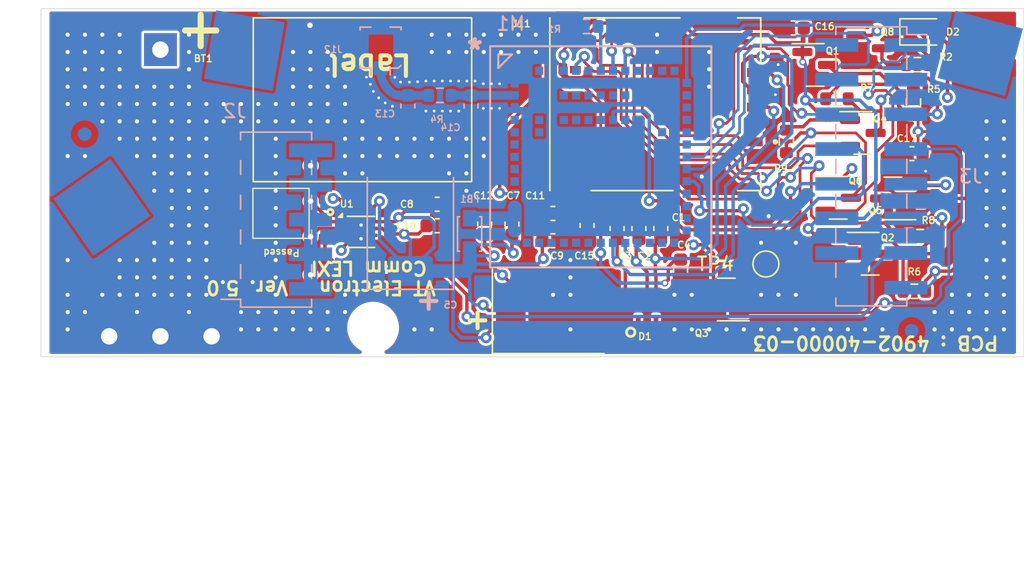
<source format=kicad_pcb>
(kicad_pcb (version 20240108) (generator "pcbnew") (generator_version "8.0")
  (layers (0 "F.Cu" signal) (1 "In1.Cu" signal) (2 "In2.Cu" signal) (31 "B.Cu" signal) (34 "B.Paste" user) (35 "F.Paste" user) (36 "B.SilkS" user "B.Silkscreen") (37 "F.SilkS" user "F.Silkscreen") (38 "B.Mask" user) (39 "F.Mask" user) (44 "Edge.Cuts" user))
  (net 0 "")
  (net 1 "GND")
  (net 6 "/uRST")
  (net 7 "/uCLK")
  (net 8 "/uData")
  (net 9 "/uVDD")
  (net 10 "/VBAT")
  (net 11 "/uPWRKEY")
  (net 12 "/uDTR")
  (net 13 "/TxD")
  (net 14 "/RxD")
  (net 15 "/uDCD")
  (net 16 "/RF_OUT")
  (net 18 "/RXD")
  (net 19 "/TXD")
  (net 20 "/VDD_EXT")
  (net 21 "/DTR")
  (net 22 "/DCD")
  (net 23 "/PWRKEY")
  (net 24 "/Alim")
  (net 52 "/+3V6d")
  (net 53 "/+3V3_UC")
  (net 54 "/RF_OUT1")
  (net 56 "/D+")
  (net 57 "/D-")
  (net 58 "/Vbus")
  (net 75 "/VBAT_F")
  (net 76 "Net-(M1A-RTS)")
  (net 77 "/U5V")
  (net 78 "/P99")
  (net 79 "Net-(D2-K)")
  (net 80 "/Network")
  (net 81 "Net-(Q8-C)")
  (net 82 "/PowerDown")
  (footprint "Capacitor_SMD:C_0603_1608Metric" (layer "F.Cu") (at 48.4 -6.4 90)
    (property "Reference" "C1")
    (property "Value" "47p")
  )
  (footprint "Capacitor_SMD:C_0603_1608Metric" (layer "F.Cu") (at 46.8 -6.4 90)
    (property "Reference" "C2")
    (property "Value" "47p")
  )
  (footprint "Capacitor_SMD:C_0603_1608Metric" (layer "F.Cu") (at 45.2 -6.4 90)
    (property "Reference" "C3")
    (property "Value" "47p")
  )
  (footprint "Capacitor_SMD:C_0603_1608Metric" (layer "F.Cu") (at 49.85 -3.35 90)
    (property "Reference" "C4")
    (property "Value" "100n" (hide yes))
  )
  (footprint "Capacitor_Tantalum_SMD:CP_EIA-7361-38_AVX-V_Pad2.18x3.30mm_HandSolder" (layer "F.Cu") (at 40.6 -0.4)
    (property "Reference" "C6" (hide yes))
    (property "Value" "TAJD477K006RNJ" (hide yes))
  )
  (footprint "Capacitor_SMD:C_0603_1608Metric" (layer "F.Cu") (at 37.5 -6.725 90)
    (property "Reference" "C7")
    (property "Value" "15p")
  )
  (footprint "Capacitor_SMD:C_0603_1608Metric" (layer "F.Cu") (at 32.025 -8.1748)
    (property "Reference" "C8")
    (property "Value" "100n")
  )
  (footprint "Capacitor_SMD:C_0603_1608Metric" (layer "F.Cu") (at 40.5 -5.5)
    (property "Reference" "C9")
    (property "Value" "68p")
  )
  (footprint "Capacitor_SMD:C_0603_1608Metric" (layer "F.Cu") (at 32.025 -6.6)
    (property "Reference" "C10")
    (property "Value" "100n")
  )
  (footprint "Capacitor_SMD:C_0603_1608Metric" (layer "F.Cu") (at 40.5 -7.5)
    (property "Reference" "C11")
    (property "Value" "10n")
  )
  (footprint "Capacitor_SMD:C_0603_1608Metric" (layer "F.Cu") (at 35.5 -6.725 90)
    (property "Reference" "C12")
    (property "Value" "100n")
  )
  (footprint "Diode_SMD:SC70-6" (layer "F.Cu") (at 47.4 -0.6)
    (property "Reference" "D1")
    (property "Value" "SMF05C.TCT" (hide yes))
  )
  (footprint "Package_TO_SOT_SMD:SOT-23" (layer "F.Cu") (at 63.6625 -19.6)
    (property "Reference" "Q8")
    (property "Value" "DTC143TKAT146" (hide yes))
  )
  (footprint "Connector_Molex:MOLEX_78646-3001" (layer "F.Cu") (at 48 -15.5 180)
    (property "Reference" "J11")
    (property "Value" "78646-3001" (hide yes))
  )
  (footprint "Resistor_SMD:R_0603_1608Metric" (layer "F.Cu") (at 66.975 -1.8)
    (property "Reference" "R6")
    (property "Value" "10k" (hide yes))
  )
  (footprint "TestPoint:TestPoint_Pad_D1.5mm" (layer "F.Cu") (at 56.1 -3.8)
    (property "Reference" "TP4")
    (property "Value" "TestPoint" (hide yes))
  )
  (footprint "Package_TO_SOT_SMD:SOT-23" (layer "F.Cu") (at 65.4 -8.6 180)
    (property "Reference" "Q5")
    (property "Value" "DTC143TKAT146" (hide yes))
  )
  (footprint "Resistor_SMD:R_0603_1608Metric" (layer "F.Cu") (at 61.3 -15.9 180)
    (property "Reference" "R7")
    (property "Value" "10k" (hide yes))
  )
  (footprint "Package_SON:WSON-8-1EP_2x2mm_P0.5mm_EP0.9x1.6mm_ThermalVias" (layer "F.Cu") (at 26.45 -6.15)
    (property "Reference" "U1")
    (property "Value" "TPS22967DSGR" (hide yes))
  )
  (footprint "Capacitor_SMD:C_0603_1608Metric" (layer "F.Cu") (at 58.1 -21.09 180)
    (property "Reference" "C16")
    (property "Value" "100n" (hide yes))
  )
  (footprint "Capacitor_SMD:C_0603_1608Metric" (layer "F.Cu") (at 66.8 -11.88)
    (property "Reference" "C17")
    (property "Value" "100n" (hide yes))
  )
  (footprint "Battery:HLC1520-3P" (layer "F.Cu") (at 11.75 -19.5 -90)
    (property "Reference" "BT1")
    (property "Value" "HLC1520-3P")
  )
  (footprint "MountingHole:MountingHole_2.5mm  Simpla" (layer "F.Cu") (at 27.3304 0.8636)
    (property "Reference" "H1" (hide yes))
    (property "Value" "MountingHole" (hide yes))
  )
  (footprint "Resistor_SMD:R_0603_1608Metric" (layer "F.Cu") (at 67.4 -5.8)
    (property "Reference" "R8")
    (property "Value" "10k" (hide yes))
  )
  (footprint "Resistor_SMD:R_0603_1608Metric" (layer "F.Cu") (at 57.6 -12.775 90)
    (property "Reference" "R9")
    (property "Value" "10k" (hide yes))
  )
  (footprint "Package_TO_SOT_SMD:SOT-23" (layer "F.Cu") (at 59.7125 -18.38)
    (property "Reference" "Q1")
    (property "Value" "DTC143TKAT146" (hide yes))
  )
  (footprint "Fiducial:Fiducial_1mm_Mask2mm" (layer "F.Cu") (at 73.4 -19.4)
    (property "Reference" "FID1" (hide yes))
    (property "Value" "Fiducial" (hide yes))
  )
  (footprint "Resistor_SMD:R_0603_1608Metric" (layer "F.Cu") (at 67.2 -18.4 180)
    (property "Reference" "R2")
    (property "Value" "220" (hide yes))
  )
  (footprint "Package_TO_SOT_SMD:SOT-23" (layer "F.Cu") (at 63.7375 -4.55)
    (property "Reference" "Q2")
    (property "Value" "DTC143TKAT146" (hide yes))
  )
  (footprint "Package_TO_SOT_SMD:SOT-23" (layer "F.Cu") (at 61.4 -8.65)
    (property "Reference" "Q6")
    (property "Value" "DTC143TKAT146" (hide yes))
  )
  (footprint "Fiducial:Fiducial_1mm_Mask2mm" (layer "F.Cu") (at 6.223 -2.794)
    (property "Reference" "FID4" (hide yes))
    (property "Value" "Fiducial" (hide yes))
  )
  (footprint "Capacitor_SMD:C_0603_1608Metric" (layer "F.Cu") (at 43 -6.625 -90)
    (property "Reference" "C15")
    (property "Value" "47p")
  )
  (footprint "Symbol:Eticheta_Double" (layer "F.Cu") (at 26.55 -15.83)
    (property "Reference" "TP1" (hide yes))
    (property "Value" "Eticheta" (hide yes))
  )
  (footprint "LED_SMD:LED_0805_2012Metric" (layer "F.Cu") (at 67.6 -20.8)
    (property "Reference" "D2")
    (property "Value" "598-8181-102F" (hide yes))
  )
  (footprint "Package_TO_SOT_SMD:SOT-23" (layer "F.Cu") (at 63.2 -13.4)
    (property "Reference" "Q4")
    (property "Value" "DTC143TKAT146" (hide yes))
  )
  (footprint "Resistor_SMD:R_0603_1608Metric" (layer "F.Cu") (at 66.91 -15.66 90)
    (property "Reference" "R5")
    (property "Value" "4k7" (hide yes))
  )
  (footprint "Package_TO_SOT_SMD:SOT-23" (layer "F.Cu") (at 53.2 -1.2 180)
    (property "Reference" "Q3")
    (property "Value" "DTC143TKAT146" (hide yes))
  )
  (footprint "Capacitor_Tantalum_SMD:CP_EIA-7361-38_AVX-V_Pad2.18x3.30mm_HandSolder" (layer "B.Cu") (at 30.06 -6.48 90)
    (property "Reference" "C5")
    (property "Value" "TAJD477K006RNJ")
  )
  (footprint "Connector_Coaxial:U.FL_Molex_MCRF_73412-0110_Vertical" (layer "B.Cu") (at 27.875 -19.65 180)
    (property "Reference" "J12")
    (property "Value" "CONUFL001-SMD-T" (hide yes))
  )
  (footprint "Connector_PinHeader_2.54mm:PinHeader_2x08_P2.54mm_Vertical_SMD_MOD" (layer "B.Cu") (at 63.825 -10.95 180)
    (property "Reference" "J3")
    (property "Value" "Conn_02x08_Counter_Clockwise" (hide yes))
  )
  (footprint "ublox:LEXI" (layer "B.Cu") (at 44 -11.65 -90)
    (property "Reference" "M1")
    (property "Value" "LEXI-R422")
  )
  (footprint "TestPoint:TestPoint_Pad_5.1x5.1mm" (layer "B.Cu") (at 17.8976 -19.431 170)
    (property "Reference" "J5" (hide yes))
    (property "Value" "Conn_01x01_Male" (hide yes))
  )
  (footprint "Fiducial:Fiducial_1mm_Mask2mm" (layer "B.Cu") (at 66.7766 1.0922 180)
    (property "Reference" "FID2" (hide yes))
    (property "Value" "Fiducial" (hide yes))
  )
  (footprint "Resistor_SMD:R_0603_1608Metric" (layer "B.Cu") (at 32.225 -16.15)
    (property "Reference" "R4")
    (property "Value" "0")
  )
  (footprint "Resistor_SMD:R_0603_1608Metric" (layer "B.Cu") (at 42.975 -21.2)
    (property "Reference" "R1")
    (property "Value" "0" (hide yes))
  )
  (footprint "Inductor_SMD:L_Walsin_WLFM201209x" (layer "B.Cu") (at 34.4 -6 -90)
    (property "Reference" "FB1")
    (property "Value" "BLM18EG221SN1D")
  )
  (footprint "Connector_PinHeader_2.54mm:PinHeader_2x05_P2.54mm_Vertical_SMD_MOD" (layer "B.Cu") (at 20.225 -7.05)
    (property "Reference" "J2")
    (property "Value" "Conn_02x05_Counter_Clockwise")
  )
  (footprint "Capacitor_SMD:C_0603_1608Metric" (layer "B.Cu") (at 29.875 -15.375 -90)
    (property "Reference" "C13")
    (property "Value" "DNP")
  )
  (footprint "TestPoint:TestPoint_Pad_5.1x5.1mm" (layer "B.Cu") (at 71.8058 -19.2278 165)
    (property "Reference" "J6" (hide yes))
    (property "Value" "Conn_01x01_Male" (hide yes))
  )
  (footprint "TestPoint:TestPoint_Pad_5.1x5.1mm" (layer "B.Cu") (at 7.4676 -7.9502 125)
    (property "Reference" "J4" (hide yes))
    (property "Value" "Conn_01x01_Male" (hide yes))
  )
  (footprint "Fiducial:Fiducial_1mm_Mask2mm" (layer "B.Cu") (at 6.1976 -13.3096 180)
    (property "Reference" "FID3" (hide yes))
    (property "Value" "Fiducial" (hide yes))
  )
  (footprint "Capacitor_SMD:C_0603_1608Metric" (layer "B.Cu") (at 34.5 -15.375 -90)
    (property "Reference" "C14")
    (property "Value" "DNP")
  )
  (gr_circle (center 46.2 1.2) (end 46.510047 1.2) (stroke (width 0.2)) (fill none) (layer "F.SilkS"))
  (gr_circle (center 24.2 -7.6) (end 24.4 -7.6) (stroke (width 0.2)) (fill none) (layer "F.SilkS"))
  (gr_rect (start 18.5252 -9.3388) (end 22.64 -5.6812) (stroke (width 0.1)) (fill none) (layer "F.SilkS"))
  (gr_line (start 75 3) (end 3 3) (stroke (width 0.05)) (layer "Edge.Cuts"))
  (gr_line (start 3 -22.5) (end 3 3) (stroke (width 0.05)) (layer "Edge.Cuts"))
  (gr_line (start 75 3) (end 75 -22.5) (stroke (width 0.05)) (layer "Edge.Cuts"))
  (gr_line (start 75 -22.5) (end 3 -22.5) (stroke (width 0.05)) (layer "Edge.Cuts"))
  (gr_text "+" (at 31.4 -1.2 0) (layer "B.SilkS") (effects (font (size 1.5 1.5) (thickness 0.3))))
  (gr_text "*" (at 35.55 -18.57 0) (layer "B.SilkS") (effects (font (size 1.5 1.5) (thickness 0.3) (bold yes)) (justify left bottom mirror)))
  (gr_text "PCB : 4902-40000-03" (at 64.13 1.98 180) (layer "F.SilkS") (effects (font (size 1 1) (thickness 0.2))))
  (gr_text "VT Electron   Ver. 5.0\n" (at 23.51 -2.07 180) (layer "F.SilkS") (effects (font (size 1 1) (thickness 0.2))))
  (gr_text "Label" (at 27.09 -18.4 180) (layer "F.SilkS") (effects (font (size 1.5 1.5) (thickness 0.3))))
  (gr_text "Passed" (at 20.62 -4.63 180) (layer "F.SilkS") (effects (font (size 0.5 0.5) (thickness 0.1))))
  (gr_text "Comm LEXI\n\n" (at 27.02 -4.3 180) (layer "F.SilkS") (effects (font (size 1 1) (thickness 0.2))))
  (gr_text "+" (at 34.98 0.22 0) (layer "F.SilkS") (effects (font (size 1.5 1.5) (thickness 0.3))))
  (segment (start 49.85 -2.575) (end 49.85 -1.993343) (width 0.2) (layer "F.Cu") (net 1))
  (segment (start 51.125 -9.23) (end 51.125 -10.025) (width 0.2) (layer "F.Cu") (net 1))
  (segment (start 51.4 -10.3) (end 51.4 -10.2) (width 0.2) (layer "F.Cu") (net 1))
  (segment (start 49.85 -1.993343) (end 49.403 -1.546343) (width 0.2) (layer "F.Cu") (net 1))
  (segment (start 51.125 -10.025) (end 51.4 -10.3) (width 0.2) (layer "F.Cu") (net 1))
  (via (at 70.993 0.993657) (size 0.6) (drill 0.3) (layers "F.Cu" "B.Cu") (net 1))
  (via (at 17.653 0.993657) (size 0.6) (drill 0.3) (layers "F.Cu" "B.Cu") (net 1))
  (via (at 51.943 -18.056343) (size 0.6) (drill 0.3) (layers "F.Cu" "B.Cu") (net 1))
  (via (at 18.923 -0.276343) (size 0.6) (drill 0.3) (layers "F.Cu" "B.Cu") (net 1))
  (via (at 53.213 0.993657) (size 0.6) (drill 0.3) (layers "F.Cu" "B.Cu") (net 1))
  (via (at 4.953 -4.086343) (size 0.6) (drill 0.3) (layers "F.Cu" "B.Cu") (net 1))
  (via (at 22.733 -0.276343) (size 0.6) (drill 0.3) (layers "F.Cu" "B.Cu") (net 1))
  (via (at 72.263 -14.246343) (size 0.6) (drill 0.3) (layers "F.Cu" "B.Cu") (net 1))
  (via (at 13.843 -14.246343) (size 0.6) (drill 0.3) (layers "F.Cu" "B.Cu") (net 1))
  (via (at 41.783 -2.816343) (size 0.6) (drill 0.3) (layers "F.Cu" "B.Cu") (net 1))
  (via (at 73.533 -0.276343) (size 0.6) (drill 0.3) (layers "F.Cu" "B.Cu") (net 1))
  (via (at 11.303 -10.436343) (size 0.6) (drill 0.3) (layers "F.Cu" "B.Cu") (net 1))
  (via (at 73.533 -2.816343) (size 0.6) (drill 0.3) (layers "F.Cu" "B.Cu") (net 1))
  (via (at 11.303 -9.166343) (size 0.6) (drill 0.3) (layers "F.Cu" "B.Cu") (net 1))
  (via (at 12.573 -10.436343) (size 0.6) (drill 0.3) (layers "F.Cu" "B.Cu") (net 1))
  (via (at 31.623 0.993657) (size 0.6) (drill 0.3) (layers "F.Cu" "B.Cu") (net 1))
  (via (at 73.533 -12.976343) (size 0.6) (drill 0.3) (layers "F.Cu" "B.Cu") (net 1))
  (via (at 29.083 -12.976343) (size 0.6) (drill 0.3) (layers "F.Cu" "B.Cu") (net 1))
  (via (at 31.623 -20.596343) (size 0.6) (drill 0.3) (layers "F.Cu" "B.Cu") (net 1))
  (via (at 68.453 0.993657) (size 0.6) (drill 0.3) (layers "F.Cu" "B.Cu") (net 1))
  (via (at 25.273 -10.436343) (size 0.6) (drill 0.3) (layers "F.Cu" "B.Cu") (net 1))
  (via (at 8.763 -19.326343) (size 0.6) (drill 0.3) (layers "F.Cu" "B.Cu") (net 1))
  (via (at 70.993 -1.546343) (size 0.6) (drill 0.3) (layers "F.Cu" "B.Cu") (net 1))
  (via (at 35.4 -15.2) (size 0.4) (drill 0.2) (layers "F.Cu" "B.Cu") (net 1))
  (via (at 32.4 -15) (size 0.4) (drill 0.2) (layers "F.Cu" "B.Cu") (net 1))
  (via (at 13.843 -11.706343) (size 0.6) (drill 0.3) (layers "F.Cu" "B.Cu") (net 1))
  (via (at 7.493 -1.546343) (size 0.6) (drill 0.3) (layers "F.Cu" "B.Cu") (net 1))
  (via (at 73.533 -4.086343) (size 0.6) (drill 0.3) (layers "F.Cu" "B.Cu") (net 1))
  (via (at 10.033 -11.706343) (size 0.6) (drill 0.3) (layers "F.Cu" "B.Cu") (net 1))
  (via (at 18.923 -14.246343) (size 0.6) (drill 0.3) (layers "F.Cu" "B.Cu") (net 1))
  (via (at 21.463 -14.246343) (size 0.6) (drill 0.3) (layers "F.Cu" "B.Cu") (net 1))
  (via (at 7.493 -18.056343) (size 0.6) (drill 0.3) (layers "F.Cu" "B.Cu") (net 1))
  (via (at 10.033 -14.246343) (size 0.6) (drill 0.3) (layers "F.Cu" "B.Cu") (net 1))
  (via (at 22.733 -16.786343) (size 0.6) (drill 0.3) (layers "F.Cu" "B.Cu") (net 1))
  (via (at 6.223 -11.706343) (size 0.6) (drill 0.3) (layers "F.Cu" "B.Cu") (net 1))
  (via (at 37.973 -20.596343) (size 0.6) (drill 0.3) (layers "F.Cu" "B.Cu") (net 1))
  (via (at 6.223 -18.056343) (size 0.6) (drill 0.3) (layers "F.Cu" "B.Cu") (net 1))
  (via (at 13.843 -4.086343) (size 0.6) (drill 0.3) (layers "F.Cu" "B.Cu") (net 1))
  (via (at 57 -18.4) (size 0.4) (drill 0.2) (layers "F.Cu" "B.Cu") (net 1))
  (via (at 72.263 -1.546343) (size 0.6) (drill 0.3) (layers "F.Cu" "B.Cu") (net 1))
  (via (at 39.243 -19.326343) (size 0.6) (drill 0.3) (layers "F.Cu" "B.Cu") (net 1))
  (via (at 32.893 -11.706343) (size 0.6) (drill 0.3) (layers "F.Cu" "B.Cu") (net 1))
  (via (at 73.533 -1.546343) (size 0.6) (drill 0.3) (layers "F.Cu" "B.Cu") (net 1))
  (via (at 24.003 -14.246343) (size 0.6) (drill 0.3) (layers "F.Cu" "B.Cu") (net 1))
  (via (at 4.953 0.993657) (size 0.6) (drill 0.3) (layers "F.Cu" "B.Cu") (net 1))
  (via (at 15.113 -9.166343) (size 0.6) (drill 0.3) (layers "F.Cu" "B.Cu") (net 1))
  (via (at 13.843 -16.786343) (size 0.6) (drill 0.3) (layers "F.Cu" "B.Cu") (net 1))
  (via (at 30.353 -12.976343) (size 0.6) (drill 0.3) (layers "F.Cu" "B.Cu") (net 1))
  (via (at 20.193 -6.626343) (size 0.6) (drill 0.3) (layers "F.Cu" "B.Cu") (net 1))
  (via (at 27.13 -16.96) (size 0.4) (drill 0.2) (layers "F.Cu" "B.Cu") (net 1))
  (via (at 50.673 -1.546343) (size 0.6) (drill 0.3) (layers "F.Cu" "B.Cu") (net 1))
  (via (at 51.943 -16.786343) (size 0.6) (drill 0.3) (layers "F.Cu" "B.Cu") (net 1))
  (via (at 24.003 0.993657) (size 0.6) (drill 0.3) (layers "F.Cu" "B.Cu") (net 1))
  (via (at 6.223 -15.516343) (size 0.6) (drill 0.3) (layers "F.Cu" "B.Cu") (net 1))
  (via (at 22.733 -14.246343) (size 0.6) (drill 0.3) (layers "F.Cu" "B.Cu") (net 1))
  (via (at 18.923 0.993657) (size 0.6) (drill 0.3) (layers "F.Cu" "B.Cu") (net 1))
  (via (at 22.733 -18.056343) (size 0.6) (drill 0.3) (layers "F.Cu" "B.Cu") (net 1))
  (via (at 15.113 -11.706343) (size 0.6) (drill 0.3) (layers "F.Cu" "B.Cu") (net 1))
  (via (at 12.573 -5.356343) (size 0.6) (drill 0.3) (layers "F.Cu" "B.Cu") (net 1))
  (via (at 30.59 -17.15) (size 0.4) (drill 0.2) (layers "F.Cu" "B.Cu") (net 1))
  (via (at 34.163 -11.706343) (size 0.6) (drill 0.3) (layers "F.Cu" "B.Cu") (net 1))
  (via (at 25.273 -0.276343) (size 0.6) (drill 0.3) (layers "F.Cu" "B.Cu") (net 1))
  (via (at 6.223 -0.276343) (size 0.6) (drill 0.3) (layers "F.Cu" "B.Cu") (net 1))
  (via (at 51.943 0.993657) (size 0.6) (drill 0.3) (layers "F.Cu" "B.Cu") (net 1))
  (via (at 6.223 -20.596343) (size 0.6) (drill 0.3) (layers "F.Cu" "B.Cu") (net 1))
  (via (at 54.483 0.993657) (size 0.6) (drill 0.3) (layers "F.Cu" "B.Cu") (net 1))
  (via (at 51.943 -19.326343) (size 0.6) (drill 0.3) (layers "F.Cu" "B.Cu") (net 1))
  (via (at 41.783 -4.086343) (size 0.6) (drill 0.3) (layers "F.Cu" "B.Cu") (net 1))
  (via (at 31.8 -15) (size 0.4) (drill 0.2) (layers "F.Cu" "B.Cu") (net 1))
  (via (at 58.293 0.993657) (size 0.6) (drill 0.3) (layers "F.Cu" "B.Cu") (net 1))
  (via (at 20.193 -11.706343) (size 0.6) (drill 0.3) (layers "F.Cu" "B.Cu") (net 1))
  (via (at 72.263 -0.276343) (size 0.6) (drill 0.3) (layers "F.Cu" "B.Cu") (net 1))
  (via (at 72.263 -6.626343) (size 0.6) (drill 0.3) (layers "F.Cu" "B.Cu") (net 1))
  (via (at 11.303 -11.706343) (size 0.6) (drill 0.3) (layers "F.Cu" "B.Cu") (net 1))
  (via (at 20.193 -2.816343) (size 0.6) (drill 0.3) (layers "F.Cu" "B.Cu") (net 1))
  (via (at 15.113 -4.086343) (size 0.6) (drill 0.3) (layers "F.Cu" "B.Cu") (net 1))
  (via (at 11.303 -5.356343) (size 0.6) (drill 0.3) (layers "F.Cu" "B.Cu") (net 1))
  (via (at 32.4 -17.2) (size 0.4) (drill 0.2) (layers "F.Cu" "B.Cu") (net 1))
  (via (at 22.733 0.993657) (size 0.6) (drill 0.3) (layers "F.Cu" "B.Cu") (net 1))
  (via (at 73.533 -14.246343) (size 0.6) (drill 0.3) (layers "F.Cu" "B.Cu") (net 1))
  (via (at 73.533 0.993657) (size 0.6) (drill 0.3) (layers "F.Cu" "B.Cu") (net 1))
  (via (at 20.193 -5.356343) (size 0.6) (drill 0.3) (layers "F.Cu" "B.Cu") (net 1))
  (via (at 25.273 -15.516343) (size 0.6) (drill 0.3) (layers "F.Cu" "B.Cu") (net 1))
  (via (at 26.543 -12.976343) (size 0.6) (drill 0.3) (layers "F.Cu" "B.Cu") (net 1))
  (via (at 8.763 -1.546343) (size 0.6) (drill 0.3) (layers "F.Cu" "B.Cu") (net 1))
  (via (at 30.353 0.993657) (size 0.6) (drill 0.3) (layers "F.Cu" "B.Cu") (net 1))
  (via (at 20.193 -7.896343) (size 0.6) (drill 0.3) (layers "F.Cu" "B.Cu") (net 1))
  (via (at 13.843 -2.816343) (size 0.6) (drill 0.3) (layers "F.Cu" "B.Cu") (net 1))
  (via (at 57.023 0.993657) (size 0.6) (drill 0.3) (layers "F.Cu" "B.Cu") (net 1))
  (via (at 72.263 -2.816343) (size 0.6) (drill 0.3) (layers "F.Cu" "B.Cu") (net 1))
  (via (at 21.463 -19.326343) (size 0.6) (drill 0.3) (layers "F.Cu" "B.Cu") (net 1))
  (via (at 13.843 -18.056343) (size 0.6) (drill 0.3) (layers "F.Cu" "B.Cu") (net 1))
  (via (at 24.003 -16.786343) (size 0.6) (drill 0.3) (layers "F.Cu" "B.Cu") (net 1))
  (via (at 16.383 -15.516343) (size 0.6) (drill 0.3) (layers "F.Cu" "B.Cu") (net 1))
  (via (at 15.113 -1.546343) (size 0.6) (drill 0.3) (layers "F.Cu" "B.Cu") (net 1))
  (via (at 7.493 -19.326343) (size 0.6) (drill 0.3) (layers "F.Cu" "B.Cu") (net 1))
  (via (at 10.033 -0.276343) (size 0.6) (drill 0.3) (layers "F.Cu" "B.Cu") (net 1))
  (via (at 18.923 -15.516343) (size 0.6) (drill 0.3) (layers "F.Cu" "B.Cu") (net 1))
  (via (at 4.953 -16.786343) (size 0.6) (drill 0.3) (layers "F.Cu" "B.Cu") (net 1))
  (via (at 49.403 -1.546343) (size 0.6) (drill 0.3) (layers "F.Cu" "B.Cu") (net 1))
  (via (at 73.533 -11.706343) (size 0.6) (drill 0.3) (layers "F.Cu" "B.Cu") (net 1))
  (via (at 11.303 -4.086343) (size 0.6) (drill 0.3) (layers "F.Cu" "B.Cu") (net 1))
  (via (at 21.463 -16.786343) (size 0.6) (drill 0.3) (layers "F.Cu" "B.Cu") (net 1))
  (via (at 33 -15) (size 0.4) (drill 0.2) (layers "F.Cu" "B.Cu") (net 1))
  (via (at 51.4 -10.2) (size 0.5) (drill 0.3) (layers "F.Cu" "B.Cu") (net 1))
  (via (at 7.493 -15.516343) (size 0.6) (drill 0.3) (layers "F.Cu" "B.Cu") (net 1))
  (via (at 59.563 0.993657) (size 0.6) (drill 0.3) (layers "F.Cu" "B.Cu") (net 1))
  (via (at 12.573 -11.706343) (size 0.6) (drill 0.3) (layers "F.Cu" "B.Cu") (net 1))
  (via (at 26.543 -11.706343) (size 0.6) (drill 0.3) (layers "F.Cu" "B.Cu") (net 1))
  (via (at 58.293 -5.356343) (size 0.6) (drill 0.3) (layers "F.Cu" "B.Cu") (net 1))
  (via (at 50.673 0.993657) (size 0.6) (drill 0.3) (layers "F.Cu" "B.Cu") (net 1))
  (via (at 57.023 -1.546343) (size 0.6) (drill 0.3) (layers "F.Cu" "B.Cu") (net 1))
  (via (at 21.463 -0.276343) (size 0.6) (drill 0.3) (layers "F.Cu" "B.Cu") (net 1))
  (via (at 55.753 -1.546343) (size 0.6) (drill 0.3) (layers "F.Cu" "B.Cu") (net 1))
  (via (at 72.263 -12.976343) (size 0.6) (drill 0.3) (layers "F.Cu" "B.Cu") (net 1))
  (via (at 28.92 -17.47) (size 0.4) (drill 0.2) (layers "F.Cu" "B.Cu") (net 1))
  (via (at 56.3 -7.3) (size 0.6) (drill 0.3) (layers "F.Cu" "B.Cu") (net 1))
  (via (at 17.653 -14.246343) (size 0.6) (drill 0.3) (layers "F.Cu" "B.Cu") (net 1))
  (via (at 21.463 -18.056343) (size 0.6) (drill 0.3) (layers "F.Cu" "B.Cu") (net 1))
  (via (at 63.373 0.993657) (size 0.6) (drill 0.3) (layers "F.Cu" "B.Cu") (net 1))
  (via (at 15.113 -5.356343) (size 0.6) (drill 0.3) (layers "F.Cu" "B.Cu") (net 1))
  (via (at 12.573 -4.086343) (size 0.6) (drill 0.3) (layers "F.Cu" "B.Cu") (net 1))
  (via (at 32.893 -10.436343) (size 0.6) (drill 0.3) (layers "F.Cu" "B.Cu") (net 1))
  (via (at 10.033 -16.786343) (size 0.6) (drill 0.3) (layers "F.Cu" "B.Cu") (net 1))
  (via (at 32.893 -20.596343) (size 0.6) (drill 0.3) (layers "F.Cu" "B.Cu") (net 1))
  (via (at 20.193 -4.086343) (size 0.6) (drill 0.3) (layers "F.Cu" "B.Cu") (net 1))
  (via (at 10.033 -15.516343) (size 0.6) (drill 0.3) (layers "F.Cu" "B.Cu") (net 1))
  (via (at 8.763 -15.516343) (size 0.6) (drill 0.3) (layers "F.Cu" "B.Cu") (net 1))
  (via (at 34.163 -20.596343) (size 0.6) (drill 0.3) (layers "F.Cu" "B.Cu") (net 1))
  (via (at 12.573 -2.816343) (size 0.6) (drill 0.3) (layers "F.Cu" "B.Cu") (net 1))
  (via (at 13.843 -19.326343) (size 0.6) (drill 0.3) (layers "F.Cu" "B.Cu") (net 1))
  (via (at 24.003 -18.056343) (size 0.6) (drill 0.3) (layers "F.Cu" "B.Cu") (net 1))
  (via (at 25.273 -12.976343) (size 0.6) (drill 0.3) (layers "F.Cu" "B.Cu") (net 1))
  (via (at 35.433 -19.326343) (size 0.6) (drill 0.3) (layers "F.Cu" "B.Cu") (net 1))
  (via (at 21.463 -15.516343) (size 0.6) (drill 0.3) (layers "F.Cu" "B.Cu") (net 1))
  (via (at 12.573 -1.546343) (size 0.6) (drill 0.3) (layers "F.Cu" "B.Cu") (net 1))
  (via (at 13.843 -5.356343) (size 0.6) (drill 0.3) (layers "F.Cu" "B.Cu") (net 1))
  (via (at 13.843 -9.166343) (size 0.6) (drill 0.3) (layers "F.Cu" "B.Cu") (net 1))
  (via (at 24.003 -0.276343) (size 0.6) (drill 0.3) (layers "F.Cu" "B.Cu") (net 1))
  (via (at 55.753 -5.356343) (size 0.6) (drill 0.3) (layers "F.Cu" "B.Cu") (net 1))
  (via (at 24.003 -19.326343) (size 0.6) (drill 0.3) (layers "F.Cu" "B.Cu") (net 1))
  (via (at 27.813 -11.706343) (size 0.6) (drill 0.3) (layers "F.Cu" "B.Cu") (net 1))
  (via (at 68.453 -0.276343) (size 0.6) (drill 0.3) (layers "F.Cu" "B.Cu") (net 1))
  (via (at 31.623 -12.976343) (size 0.6) (drill 0.3) (layers "F.Cu" "B.Cu") (net 1))
  (via (at 32.893 -19.326343) (size 0.6) (drill 0.3) (layers "F.Cu" "B.Cu") (net 1))
  (via (at 13.843 -15.516343) (size 0.6) (drill 0.3) (layers "F.Cu" "B.Cu") (net 1))
  (via (at 4.953 -18.056343) (size 0.6) (drill 0.3) (layers "F.Cu" "B.Cu") (net 1))
  (via (at 29.99 -17.12) (size 0.4) (drill 0.2) (layers "F.Cu" "B.Cu") (net 1))
  (via (at 7.493 -20.596343) (size 0.6) (drill 0.3) (layers "F.Cu" "B.Cu") (net 1))
  (via (at 26.84 -17.48) (size 0.4) (drill 0.2) (layers "F.Cu" "B.Cu") (net 1))
  (via (at 36 -15.2) (size 0.4) (drill 0.2) (layers "F.Cu" "B.Cu") (net 1))
  (via (at 41.783 -1.546343) (size 0.6) (drill 0.3) (layers "F.Cu" "B.Cu") (net 1))
  (via (at 28.22 -15.6) (size 0.4) (drill 0.2) (layers "F.Cu" "B.Cu") (net 1))
  (via (at 72.263 -9.166343) (size 0.6) (drill 0.3) (layers "F.Cu" "B.Cu") (net 1))
  (via (at 8.763 -12.976343) (size 0.6) (drill 0.3) (layers "F.Cu" "B.Cu") (net 1))
  (via (at 13.843 -6.626343) (size 0.6) (drill 0.3) (layers "F.Cu" "B.Cu") (net 1))
  (via (at 15.113 -14.246343) (size 0.6) (drill 0.3) (layers "F.Cu" "B.Cu") (net 1))
  (via (at 22.7076 -21.2852) (size 0.8) (drill 0.4) (layers "F.Cu" "B.Cu") (net 1))
  (via (at 15.113 -15.516343) (size 0.6) (drill 0.3) (layers "F.Cu" "B.Cu") (net 1))
  (via (at 20.193 -0.276343) (size 0.6) (drill 0.3) (layers "F.Cu" "B.Cu") (net 1))
  (via (at 20.193 -1.546343) (size 0.6) (drill 0.3) (layers "F.Cu" "B.Cu") (net 1))
  (via (at 70.993 -0.276343) (size 0.6) (drill 0.3) (layers "F.Cu" "B.Cu") (net 1))
  (via (at 31.2 -15) (size 0.4) (drill 0.2) (layers "F.Cu" "B.Cu") (net 1))
  (via (at 36.703 -20.596343) (size 0.6) (drill 0.3) (layers "F.Cu" "B.Cu") (net 1))
  (via (at 34.163 -19.326343) (size 0.6) (drill 0.3) (layers "F.Cu" "B.Cu") (net 1))
  (via (at 29.34 -17.12) (size 0.4) (drill 0.2) (layers "F.Cu" "B.Cu") (net 1))
  (via (at 69.723 -0.276343) (size 0.6) (drill 0.3) (layers "F.Cu" "B.Cu") (net 1))
  (via (at 64.643 0.993657) (size 0.6) (drill 0.3) (layers "F.Cu" "B.Cu") (net 1))
  (via (at 58.293 -1.546343) (size 0.6) (drill 0.3) (layers "F.Cu" "B.Cu") (net 1))
  (via (at 29.083 -11.706343) (size 0.6) (drill 0.3) (layers "F.Cu" "B.Cu") (net 1))
  (via (at 27.813 -12.976343) (size 0.6) (drill 0.3) (layers "F.Cu" "B.Cu") (net 1))
  (via (at 11.303 -2.816343) (size 0.6) (drill 0.3) (layers "F.Cu" "B.Cu") (net 1))
  (via (at 7.493 -16.786343) (size 0.6) (drill 0.3) (layers "F.Cu" "B.Cu") (net 1))
  (via (at 4.953 -15.516343) (size 0.6) (drill 0.3) (layers "F.Cu" "B.Cu") (net 1))
  (via (at 15.113 -12.976343) (size 0.6) (drill 0.3) (layers "F.Cu" "B.Cu") (net 1))
  (via (at 34.163 -12.976343) (size 0.6) (drill 0.3) (layers "F.Cu" "B.Cu") (net 1))
  (via (at 30.353 -11.706343) (size 0.6) (drill 0.3) (layers "F.Cu" "B.Cu") (net 1))
  (via (at 73.533 -10.436343) (size 0.6) (drill 0.3) (layers "F.Cu" "B.Cu") (net 1))
  (via (at 39.243 -20.596343) (size 0.6) (drill 0.3) (layers "F.Cu" "B.Cu") (net 1))
  (via (at 35.433 -20.596343) (size 0.6) (drill 0.3) (layers "F.Cu" "B.Cu") (net 1))
  (via (at 73.533 -7.896343) (size 0.6) (drill 0.3) (layers "F.Cu" "B.Cu") (net 1))
  (via (at 48.133 -19.326343) (size 0.6) (drill 0.3) (layers "F.Cu" "B.Cu") (net 1))
  (via (at 73.533 -6.626343) (size 0.6) (drill 0.3) (layers "F.Cu" "B.Cu") (net 1))
  (via (at 4.953 -11.706343) (size 0.6) (drill 0.3) (layers "F.Cu" "B.Cu") (net 1))
  (via (at 26.543 -10.436343) (size 0.6) (drill 0.3) (layers "F.Cu" "B.Cu") (net 1))
  (via (at 25.273 -11.706343) (size 0.6) (drill 0.3) (layers "F.Cu" "B.Cu") (net 1))
  (via (at 4.953 -0.276343) (size 0.6) (drill 0.3) (layers "F.Cu" "B.Cu") (net 1))
  (via (at 12.573 -16.786343) (size 0.6) (drill 0.3) (layers "F.Cu" "B.Cu") (net 1))
  (via (at 20.193 -12.976343) (size 0.6) (drill 0.3) (layers "F.Cu" "B.Cu") (net 1))
  (via (at 36.703 -19.326343) (size 0.6) (drill 0.3) (layers "F.Cu" "B.Cu") (net 1))
  (via (at 16.383 -14.246343) (size 0.6) (drill 0.3) (layers "F.Cu" "B.Cu") (net 1))
  (via (at 4.953 -20.596343) (size 0.6) (drill 0.3) (layers "F.Cu" "B.Cu") (net 1))
  (via (at 8.763 -16.786343) (size 0.6) (drill 0.3) (layers "F.Cu" "B.Cu") (net 1))
  (via (at 60.833 0.993657) (size 0.6) (drill 0.3) (layers "F.Cu" "B.Cu") (net 1))
  (via (at 8.763 -2.816343) (size 0.6) (drill 0.3) (layers "F.Cu" "B.Cu") (net 1))
  (via (at 12.573 -7.896343) (size 0.6) (drill 0.3) (layers "F.Cu" "B.Cu") (net 1))
  (via (at 26.543 -14.246343) (size 0.6) (drill 0.3) (layers "F.Cu" "B.Cu") (net 1))
  (via (at 15.113 -2.816343) (size 0.6) (drill 0.3) (layers "F.Cu" "B.Cu") (net 1))
  (via (at 25.273 -1.546343) (size 0.6) (drill 0.3) (layers "F.Cu" "B.Cu") (net 1))
  (via (at 35.433 -12.976343) (size 0.6) (drill 0.3) (layers "F.Cu" "B.Cu") (net 1))
  (via (at 72.263 -11.706343) (size 0.6) (drill 0.3) (layers "F.Cu" "B.Cu") (net 1))
  (via (at 7.493 -14.246343) (size 0.6) (drill 0.3) (layers "F.Cu" "B.Cu") (net 1))
  (via (at 4.953 -19.326343) (size 0.6) (drill 0.3) (layers "F.Cu" "B.Cu") (net 1))
  (via (at 11.303 -12.976343) (size 0.6) (drill 0.3) (layers "F.Cu" "B.Cu") (net 1))
  (via (at 31.8 -17.2) (size 0.4) (drill 0.2) (layers "F.Cu" "B.Cu") (net 1))
  (via (at 10.033 -12.976343) (size 0.6) (drill 0.3) (layers "F.Cu" "B.Cu") (net 1))
  (via (at 17.653 -15.516343) (size 0.6) (drill 0.3) (layers "F.Cu" "B.Cu") (net 1))
  (via (at 41.783 0.993657) (size 0.6) (drill 0.3) (layers "F.Cu" "B.Cu") (net 1))
  (via (at 32.893 -12.976343) (size 0.6) (drill 0.3) (layers "F.Cu" "B.Cu") (net 1))
  (via (at 73.533 -9.166343) (size 0.6) (drill 0.3) (layers "F.Cu" "B.Cu") (net 1))
  (via (at 31.2 -17.2) (size 0.4) (drill 0.2) (layers "F.Cu" "B.Cu") (net 1))
  (via (at 20.193 -9.166343) (size 0.6) (drill 0.3) (layers "F.Cu" "B.Cu") (net 1))
  (via (at 10.033 -1.546343) (size 0.6) (drill 0.3) (layers "F.Cu" "B.Cu") (net 1))
  (via (at 4.953 -1.546343) (size 0.6) (drill 0.3) (layers "F.Cu" "B.Cu") (net 1))
  (via (at 6.223 -16.786343) (size 0.6) (drill 0.3) (layers "F.Cu" "B.Cu") (net 1))
  (via (at 15.113 -6.626343) (size 0.6) (drill 0.3) (layers "F.Cu" "B.Cu") (net 1))
  (via (at 28.74 -15.35) (size 0.4) (drill 0.2) (layers "F.Cu" "B.Cu") (net 1))
  (via (at 15.113 -10.436343) (size 0.6) (drill 0.3) (layers "F.Cu" "B.Cu") (net 1))
  (via (at 13.843 -0.276343) (size 0.6) (drill 0.3) (layers "F.Cu" "B.Cu") (net 1))
  (via (at 20.193 0.993657) (size 0.6) (drill 0.3) (layers "F.Cu" "B.Cu") (net 1))
  (via (at 24.003 -15.516343) (size 0.6) (drill 0.3) (layers "F.Cu" "B.Cu") (net 1))
  (via (at 10.033 -4.086343) (size 0.6) (drill 0.3) (layers "F.Cu" "B.Cu") (net 1))
  (via (at 12.573 -14.246343) (size 0.6) (drill 0.3) (layers "F.Cu" "B.Cu") (net 1))
  (via (at 22.733 -19.326343) (size 0.6) (drill 0.3) (layers "F.Cu" "B.Cu") (net 1))
  (via (at 8.763 -4.086343) (size 0.6) (drill 0.3) (layers "F.Cu" "B.Cu") (net 1))
  (via (at 55.753 0.993657) (size 0.6) (drill 0.3) (layers "F.Cu" "B.Cu") (net 1))
  (via (at 11.303 -14.246343) (size 0.6) (drill 0.3) (layers "F.Cu" "B.Cu") (net 1))
  (via (at 72.263 -7.896343) (size 0.6) (drill 0.3) (layers "F.Cu" "B.Cu") (net 1))
  (via (at 10.033 -2.816343) (size 0.6) (drill 0.3) (layers "F.Cu" "B.Cu") (net 1))
  (via (at 20.193 -15.516343) (size 0.6) (drill 0.3) (layers "F.Cu" "B.Cu") (net 1))
  (via (at 8.763 -20.596343) (size 0.6) (drill 0.3) (layers "F.Cu" "B.Cu") (net 1))
  (via (at 34.8 -17.2) (size 0.4) (drill 0.2) (layers "F.Cu" "B.Cu") (net 1))
  (via (at 11.303 -15.516343) (size 0.6) (drill 0.3) (layers "F.Cu" "B.Cu") (net 1))
  (via (at 25.273 -16.786343) (size 0.6) (drill 0.3) (layers "F.Cu" "B.Cu") (net 1))
  (via (at 36.6 -17) (size 0.4) (drill 0.2) (layers "F.Cu" "B.Cu") (net 1))
  (via (at 36 -17) (size 0.4) (drill 0.2) (layers "F.Cu" "B.Cu") (net 1))
  (via (at 20.193 -10.436343) (size 0.6) (drill 0.3) (layers "F.Cu" "B.Cu") (net 1))
  (via (at 34.163 -9.166343) (size 0.6) (drill 0.3) (layers "F.Cu" "B.Cu") (net 1))
  (via (at 40.513 -1.546343) (size 0.6) (drill 0.3) (layers "F.Cu" "B.Cu") (net 1))
  (via (at 31.623 -19.326343) (size 0.6) (drill 0.3) (layers "F.Cu" "B.Cu") (net 1))
  (via (at 67.8 -10.6) (size 0.4) (drill 0.2) (layers "F.Cu" "B.Cu") (net 1))
  (via (at 8.763 -18.056343) (size 0.6) (drill 0.3) (layers "F.Cu" "B.Cu") (net 1))
  (via (at 33 -17.2) (size 0.4) (drill 0.2) (layers "F.Cu" "B.Cu") (net 1))
  (via (at 73.533 -5.356343) (size 0.6) (drill 0.3) (layers "F.Cu" "B.Cu") (net 1))
  (via (at 13.843 -20.596343) (size 0.6) (drill 0.3) (layers "F.Cu" "B.Cu") (net 1))
  (via (at 33.6 -15) (size 0.4) (drill 0.2) (layers "F.Cu" "B.Cu") (net 1))
  (via (at 72.263 0.993657) (size 0.6) (drill 0.3) (layers "F.Cu" "B.Cu") (net 1))
  (via (at 72.263 -4.086343) (size 0.6) (drill 0.3) (layers "F.Cu" "B.Cu") (net 1))
  (via (at 27.35 -16.44) (size 0.4) (drill 0.2) (layers "F.Cu" "B.Cu") (net 1))
  (via (at 35.4 -17) (size 0.4) (drill 0.2) (layers "F.Cu" "B.Cu") (net 1))
  (via (at 27.74 -15.97) (size 0.4) (drill 0.2) (layers "F.Cu" "B.Cu") (net 1))
  (via (at 49.403 0.993657) (size 0.6) (drill 0.3) (layers "F.Cu" "B.Cu") (net 1))
  (via (at 11.303 -16.786343) (size 0.6) (drill 0.3) (layers "F.Cu" "B.Cu") (net 1))
  (via (at 72.263 -10.436343) (size 0.6) (drill 0.3) (layers "F.Cu" "B.Cu") (net 1))
  (via (at 12.573 -9.166343) (size 0.6) (drill 0.3) (layers "F.Cu" "B.Cu") (net 1))
  (via (at 12.573 -12.976343) (size 0.6) (drill 0.3) (layers "F.Cu" "B.Cu") (net 1))
  (via (at 13.843 -12.976343) (size 0.6) (drill 0.3) (layers "F.Cu" "B.Cu") (net 1))
  (via (at 6.223 -19.326343) (size 0.6) (drill 0.3) (layers "F.Cu" "B.Cu") (net 1))
  (via (at 33.6 -17.2) (size 0.4) (drill 0.2) (layers "F.Cu" "B.Cu") (net 1))
  (via (at 69.723 -1.546343) (size 0.6) (drill 0.3) (layers "F.Cu" "B.Cu") (net 1))
  (via (at 13.843 -10.436343) (size 0.6) (drill 0.3) (layers "F.Cu" "B.Cu") (net 1))
  (via (at 34.2 -17.2) (size 0.4) (drill 0.2) (layers "F.Cu" "B.Cu") (net 1))
  (via (at 12.573 -6.626343) (size 0.6) (drill 0.3) (layers "F.Cu" "B.Cu") (net 1))
  (via (at 31.623 -11.706343) (size 0.6) (drill 0.3) (layers "F.Cu" "B.Cu") (net 1))
  (via (at 69.723 0.993657) (size 0.6) (drill 0.3) (layers "F.Cu" "B.Cu") (net 1))
  (via (at 34.163 -10.436343) (size 0.6) (drill 0.3) (layers "F.Cu" "B.Cu") (net 1))
  (via (at 15.113 -7.896343) (size 0.6) (drill 0.3) (layers "F.Cu" "B.Cu") (net 1))
  (via (at 21.463 0.993657) (size 0.6) (drill 0.3) (layers "F.Cu" "B.Cu") (net 1))
  (via (at 17.653 -0.276343) (size 0.6) (drill 0.3) (layers "F.Cu" "B.Cu") (net 1))
  (via (at 20.193 -14.246343) (size 0.6) (drill 0.3) (layers "F.Cu" "B.Cu") (net 1))
  (via (at 25.273 -14.246343) (size 0.6) (drill 0.3) (layers "F.Cu" "B.Cu") (net 1))
  (via (at 37.973 -19.326343) (size 0.6) (drill 0.3) (layers "F.Cu" "B.Cu") (net 1))
  (via (at 62.103 0.993657) (size 0.6) (drill 0.3) (layers "F.Cu" "B.Cu") (net 1))
  (via (at 36.6 -15.2) (size 0.4) (drill 0.2) (layers "F.Cu" "B.Cu") (net 1))
  (via (at 56.8 -16.2) (size 0.4) (drill 0.2) (layers "F.Cu" "B.Cu") (net 1))
  (via (at 22.733 -15.516343) (size 0.6) (drill 0.3) (layers "F.Cu" "B.Cu") (net 1))
  (via (at 12.573 -15.516343) (size 0.6) (drill 0.3) (layers "F.Cu" "B.Cu") (net 1))
  (via (at 13.843 -1.546343) (size 0.6) (drill 0.3) (layers "F.Cu" "B.Cu") (net 1))
  (via (at 13.843 -7.896343) (size 0.6) (drill 0.3) (layers "F.Cu" "B.Cu") (net 1))
  (via (at 48.133 -20.596343) (size 0.6) (drill 0.3) (layers "F.Cu" "B.Cu") (net 1))
  (via (at 35.433 -11.706343) (size 0.6) (drill 0.3) (layers "F.Cu" "B.Cu") (net 1))
  (via (at 11.303 -1.546343) (size 0.6) (drill 0.3) (layers "F.Cu" "B.Cu") (net 1))
  (via (at 8.763 -14.246343) (size 0.6) (drill 0.3) (layers "F.Cu" "B.Cu") (net 1))
  (segment (start 48.05 -3.05) (end 48 -3.1) (width 0.25) (layer "F.Cu") (net 6))
  (segment (start 48 -5.225) (end 48.4 -5.625) (width 0.25) (layer "F.Cu") (net 6))
  (segment (start 48.05 -1.55) (end 48.05 -3.05) (width 0.25) (layer "F.Cu") (net 6))
  (segment (start 56.6 -15) (end 56.315 -15.285) (width 0.25) (layer "F.Cu") (net 6))
  (segment (start 48 -3.1) (end 48 -4.2) (width 0.25) (layer "F.Cu") (net 6))
  (segment (start 56.315 -15.285) (end 55.295 -15.285) (width 0.25) (layer "F.Cu") (net 6))
  (segment (start 48 -4.2) (end 48 -5.225) (width 0.25) (layer "F.Cu") (net 6))
  (segment (start 56.675 -15) (end 56.6 -15) (width 0.25) (layer "F.Cu") (net 6))
  (via (at 56.675 -15) (size 0.8) (drill 0.4) (layers "F.Cu" "B.Cu") (net 6))
  (via (at 48 -4.2) (size 0.8) (drill 0.4) (layers "F.Cu" "B.Cu") (net 6))
  (segment (start 48 -4.2) (end 51.4 -4.2) (width 0.25) (layer "B.Cu") (net 6))
  (segment (start 51.4 -4.2) (end 52.525 -5.325) (width 0.25) (layer "B.Cu") (net 6))
  (segment (start 47.425305 -4.2) (end 48 -4.2) (width 0.25) (layer "B.Cu") (net 6))
  (segment (start 46.7 -5.35) (end 46.7 -4.925305) (width 0.25) (layer "B.Cu") (net 6))
  (segment (start 56.675 -13.925) (end 56.675 -15) (width 0.25) (layer "B.Cu") (net 6))
  (segment (start 52.525 -5.325) (end 52.525 -9.775) (width 0.25) (layer "B.Cu") (net 6))
  (segment (start 46.7 -4.925305) (end 47.425305 -4.2) (width 0.25) (layer "B.Cu") (net 6))
  (segment (start 52.525 -9.775) (end 56.675 -13.925) (width 0.25) (layer "B.Cu") (net 6))
  (segment (start 47.4 -3.2) (end 46.6 -4) (width 0.25) (layer "F.Cu") (net 7))
  (segment (start 56.92 -17.28) (end 56.375 -17.825) (width 0.25) (layer "F.Cu") (net 7))
  (segment (start 46.6 -4) (end 46.6 -5.425) (width 0.25) (layer "F.Cu") (net 7))
  (segment (start 46.6 -5.425) (end 46.8 -5.625) (width 0.25) (layer "F.Cu") (net 7))
  (segment (start 47.4 -1.55) (end 47.4 -3.2) (width 0.25) (layer "F.Cu") (net 7))
  (segment (start 56.375 -17.825) (end 55.295 -17.825) (width 0.25) (layer "F.Cu") (net 7))
  (via (at 46.6 -4) (size 0.8) (drill 0.4) (layers "F.Cu" "B.Cu") (net 7))
  (via (at 56.92 -17.28) (size 0.8) (drill 0.4) (layers "F.Cu" "B.Cu") (net 7))
  (segment (start 53.15 -4.95) (end 51.675 -3.475) (width 0.25) (layer "B.Cu") (net 7))
  (segment (start 56.92 -17.28) (end 57.4 -16.8) (width 0.25) (layer "B.Cu") (net 7))
  (segment (start 45.8 -4.8) (end 46.6 -4) (width 0.25) (layer "B.Cu") (net 7))
  (segment (start 51.675 -3.475) (end 47.125 -3.475) (width 0.25) (layer "B.Cu") (net 7))
  (segment (start 53.15 -9.5) (end 53.15 -4.95) (width 0.25) (layer "B.Cu") (net 7))
  (segment (start 47.125 -3.475) (end 46.6 -4) (width 0.25) (layer "B.Cu") (net 7))
  (segment (start 45.8 -5.35) (end 45.8 -4.8) (width 0.25) (layer "B.Cu") (net 7))
  (segment (start 57.4 -13.75) (end 53.15 -9.5) (width 0.25) (layer "B.Cu") (net 7))
  (segment (start 57.4 -16.8) (end 57.4 -13.75) (width 0.25) (layer "B.Cu") (net 7))
  (segment (start 45.8 -2) (end 46.25 -1.55) (width 0.25) (layer "F.Cu") (net 8))
  (segment (start 55.015 -16.555) (end 55.295 -16.555) (width 0.25) (layer "F.Cu") (net 8))
  (segment (start 45.8 -3.4) (end 45.8 -2) (width 0.25) (layer "F.Cu") (net 8))
  (segment (start 54.395 -17.175) (end 55.015 -16.555) (width 0.25) (layer "F.Cu") (net 8))
  (segment (start 46.25 -1.55) (end 46.75 -1.55) (width 0.25) (layer "F.Cu") (net 8))
  (segment (start 45.2 -4) (end 45.2 -5.625) (width 0.25) (layer "F.Cu") (net 8))
  (segment (start 45.2 -4) (end 45.8 -3.4) (width 0.25) (layer "F.Cu") (net 8))
  (segment (start 54.92 -19) (end 54.395 -18.475) (width 0.25) (layer "F.Cu") (net 8))
  (segment (start 54.395 -18.475) (end 54.395 -17.175) (width 0.25) (layer "F.Cu") (net 8))
  (segment (start 55.8 -19) (end 54.92 -19) (width 0.25) (layer "F.Cu") (net 8))
  (via (at 45.2 -4) (size 0.8) (drill 0.4) (layers "F.Cu" "B.Cu") (net 8))
  (via (at 55.8 -19) (size 0.8) (drill 0.4) (layers "F.Cu" "B.Cu") (net 8))
  (segment (start 58 -13.4) (end 53.7 -9.1) (width 0.25) (layer "B.Cu") (net 8))
  (segment (start 53.7 -4.5) (end 52.225 -3.025) (width 0.25) (layer "B.Cu") (net 8))
  (segment (start 55.8 -19) (end 57.6 -19) (width 0.25) (layer "B.Cu") (net 8))
  (segment (start 53.7 -9.1) (end 53.7 -4.5) (width 0.25) (layer "B.Cu") (net 8))
  (segment (start 57.6 -19) (end 58 -18.6) (width 0.25) (layer "B.Cu") (net 8))
  (segment (start 58 -18.6) (end 58 -13.4) (width 0.25) (layer "B.Cu") (net 8))
  (segment (start 44.9 -5.35) (end 44.9 -4.3) (width 0.25) (layer "B.Cu") (net 8))
  (segment (start 46.175 -3.025) (end 45.2 -4) (width 0.25) (layer "B.Cu") (net 8))
  (segment (start 52.225 -3.025) (end 46.175 -3.025) (width 0.25) (layer "B.Cu") (net 8))
  (segment (start 44.9 -4.3) (end 45.2 -4) (width 0.25) (layer "B.Cu") (net 8))
  (segment (start 43 -7.425) (end 43.975 -7.425) (width 0.25) (layer "F.Cu") (net 9))
  (segment (start 44 -4.6) (end 44 -7.4) (width 0.25) (layer "F.Cu") (net 9))
  (segment (start 55.295 -12.745) (end 54.405 -12.745) (width 0.2) (layer "F.Cu") (net 9))
  (segment (start 43.905 -20.155) (end 41.15 -20.155) (width 0.2) (layer "F.Cu") (net 9))
  (segment (start 44 -10.45) (end 44 -9.1) (width 0.25) (layer "F.Cu") (net 9))
  (segment (start 44 -15.6) (end 44 -10.45) (width 0.2) (layer "F.Cu") (net 9))
  (segment (start 47.45 -20.15) (end 46.95 -20.65) (width 0.2) (layer "F.Cu") (net 9))
  (segment (start 40.6 -17.6) (end 41.45 -16.75) (width 0.2) (layer "F.Cu") (net 9))
  (segment (start 55.295 -12.745) (end 54.655 -12.745) (width 0.2) (layer "F.Cu") (net 9))
  (segment (start 41.45 -16.75) (end 42.85 -16.75) (width 0.2) (layer "F.Cu") (net 9))
  (segment (start 49.6 -13.2) (end 47.45 -15.35) (width 0.2) (layer "F.Cu") (net 9))
  (segment (start 46.95 -20.65) (end 44.4 -20.65) (width 0.2) (layer "F.Cu") (net 9))
  (segment (start 44.4 -20.65) (end 43.905 -20.155) (width 0.2) (layer "F.Cu") (net 9))
  (segment (start 42.85 -16.75) (end 44 -15.6) (width 0.2) (layer "F.Cu") (net 9))
  (segment (start 40.6 -19.605) (end 40.6 -17.6) (width 0.2) (layer "F.Cu") (net 9))
  (segment (start 48.95 -2.65) (end 48.95 -3.6) (width 0.25) (layer "F.Cu") (net 9))
  (segment (start 47.45 -15.35) (end 47.45 -20.15) (width 0.2) (layer "F.Cu") (net 9))
  (segment (start 53.95 -13.2) (end 49.6 -13.2) (width 0.2) (layer "F.Cu") (net 9))
  (segment (start 48.7 -2.4) (end 48.95 -2.65) (width 0.25) (layer "F.Cu") (net 9))
  (segment (start 43.975 -7.425) (end 44 -7.4) (width 0.25) (layer "F.Cu") (net 9))
  (segment (start 49.475 -4.125) (end 49.85 -4.125) (width 0.25) (layer "F.Cu") (net 9))
  (segment (start 48.95 -3.6) (end 49.475 -4.125) (width 0.25) (layer "F.Cu") (net 9))
  (segment (start 44 -7.4) (end 44 -9.1) (width 0.25) (layer "F.Cu") (net 9))
  (segment (start 41.15 -20.155) (end 40.6 -19.605) (width 0.2) (layer "F.Cu") (net 9))
  (segment (start 54.405 -12.745) (end 53.95 -13.2) (width 0.2) (layer "F.Cu") (net 9))
  (via (at 48.7 -2.4) (size 0.5) (drill 0.3) (layers "F.Cu" "B.Cu") (net 9))
  (via (at 44 -4.6) (size 0.8) (drill 0.4) (layers "F.Cu" "B.Cu") (net 9))
  (segment (start 45.55 -2.4) (end 48.7 -2.4) (width 0.25) (layer "B.Cu") (net 9))
  (segment (start 44 -3.75) (end 45.3 -2.45) (width 0.25) (layer "B.Cu") (net 9))
  (segment (start 44 -5.35) (end 44 -4.6) (width 0.25) (layer "B.Cu") (net 9))
  (segment (start 45.3 -2.45) (end 45.5 -2.45) (width 0.25) (layer "B.Cu") (net 9))
  (segment (start 45.5 -2.45) (end 45.55 -2.4) (width 0.25) (layer "B.Cu") (net 9))
  (segment (start 44 -4.6) (end 44 -3.75) (width 0.25) (layer "B.Cu") (net 9))
  (segment (start 30.65 -6) (end 31.25 -6.6) (width 0.25) (layer "F.Cu") (net 10))
  (segment (start 37.4125 -0.4) (end 35.6 1.4125) (width 0.25) (layer "F.Cu") (net 10))
  (segment (start 28.9 -6.9) (end 29.2 -7.2) (width 0.25) (layer "F.Cu") (net 10))
  (segment (start 39.725 -5.5) (end 39.725 -4.275) (width 0.25) (layer "F.Cu") (net 10))
  (segment (start 35.6 1.4125) (end 35.6 1.6) (width 0.25) (layer "F.Cu") (net 10))
  (segment (start 30.1748 -8.1748) (end 31.25 -8.1748) (width 0.25) (layer "F.Cu") (net 10))
  (segment (start 27.4 -8) (end 27.8 -8.4) (width 0.25) (layer "F.Cu") (net 10))
  (segment (start 37.5 -4.7) (end 37.6 -4.6) (width 0.25) (layer "F.Cu") (net 10))
  (segment (start 27.4 -6.9) (end 27.4 -8) (width 0.25) (layer "F.Cu") (net 10))
  (segment (start 39.725 -4.275) (end 39.8 -4.2) (width 0.25) (layer "F.Cu") (net 10))
  (segment (start 29.2 -7.2) (end 30.1748 -8.1748) (width 0.25) (layer "F.Cu") (net 10))
  (segment (start 36.2 -4.4) (end 35.5 -5.1) (width 0.25) (layer "F.Cu") (net 10))
  (segment (start 35.8 -0.4) (end 35.4 -0.8) (width 0.25) (layer "F.Cu") (net 10))
  (segment (start 37.4125 -2.3875) (end 36.8 -3) (width 0.25) (layer "F.Cu") (net 10))
  (segment (start 35.5 -5.1) (end 35.5 -5.95) (width 0.25) (layer "F.Cu") (net 10))
  (segment (start 27.4 -6.4) (end 28 -6.4) (width 0.25) (layer "F.Cu") (net 10))
  (segment (start 27.4 -6.9) (end 28.9 -6.9) (width 0.25) (layer "F.Cu") (net 10))
  (segment (start 37.5 -5.95) (end 37.5 -4.7) (width 0.25) (layer "F.Cu") (net 10))
  (segment (start 29.6 -6) (end 30.65 -6) (width 0.25) (layer "F.Cu") (net 10))
  (segment (start 39.725 -7.5) (end 39.725 -5.5) (width 0.25) (layer "F.Cu") (net 10))
  (segment (start 29.4 -6) (end 29.6 -6) (width 0.25) (layer "F.Cu") (net 10))
  (segment (start 37.4125 -0.4) (end 35.8 -0.4) (width 0.25) (layer "F.Cu") (net 10))
  (segment (start 28 -6.4) (end 28.4 -6) (width 0.25) (layer "F.Cu") (net 10))
  (segment (start 28.4 -6) (end 29.4 -6) (width 0.25) (layer "F.Cu") (net 10))
  (segment (start 37.4125 -0.4) (end 37.4125 -2.3875) (width 0.25) (layer "F.Cu") (net 10))
  (via (at 29.2 -7.2) (size 0.8) (drill 0.4) (layers "F.Cu" "B.Cu") (net 10))
  (via (at 36.2 -4.4) (size 0.8) (drill 0.4) (layers "F.Cu" "B.Cu") (net 10))
  (via (at 39.8 -4.2) (size 0.8) (drill 0.4) (layers "F.Cu" "B.Cu") (net 10))
  (via (at 35.4 -0.8) (size 0.8) (drill 0.4) (layers "F.Cu" "B.Cu") (net 10))
  (via (at 37.6 -4.6) (size 0.8) (drill 0.4) (layers "F.Cu" "B.Cu") (net 10))
  (via (at 35.6 1.6) (size 0.8) (drill 0.4) (layers "F.Cu" "B.Cu") (net 10))
  (via (at 36.8 -3) (size 0.8) (drill 0.4) (layers "F.Cu" "B.Cu") (net 10))
  (via (at 29.6 -6) (size 0.8) (drill 0.4) (layers "F.Cu" "B.Cu") (net 10))
  (via (at 27.8 -8.4) (size 0.8) (drill 0.4) (layers "F.Cu" "B.Cu") (net 10))
  (segment (start 29.2 -7.2) (end 31.4 -7.2) (width 0.25) (layer "B.Cu") (net 10))
  (segment (start 31.4 -7.2) (end 31.8 -6.8) (width 0.25) (layer "B.Cu") (net 10))
  (segment (start 36.2 -4.4) (end 34.85 -4.4) (width 0.25) (layer "B.Cu") (net 10))
  (segment (start 33.4 -3.2925) (end 36.5075 -3.2925) (width 0.25) (layer "B.Cu") (net 10))
  (segment (start 33.4 -3.2925) (end 30.06 -3.2925) (width 1) (layer "B.Cu") (net 10))
  (segment (start 31.8 -5.0325) (end 30.06 -3.2925) (width 0.25) (layer "B.Cu") (net 10))
  (segment (start 35.6 1.6) (end 33.8 1.6) (width 0.25) (layer "B.Cu") (net 10))
  (segment (start 34.4 -1.2) (end 34.4 -3.6) (width 0.25) (layer "B.Cu") (net 10))
  (segment (start 33.2 -3.0925) (end 33.4 -3.2925) (width 0.25) (layer "B.Cu") (net 10))
  (segment (start 34.4 -4.2) (end 34.4 -3.6) (width 1) (layer "B.Cu") (net 10))
  (segment (start 39.4 -3.8) (end 34.6 -3.8) (width 0.25) (layer "B.Cu") (net 10))
  (segment (start 27.8 -8.4) (end 27.8 -5.5525) (width 0.25) (layer "B.Cu") (net 10))
  (segment (start 37 -5.2) (end 34.75 -5.2) (width 0.25) (layer "B.Cu") (net 10))
  (segment (start 33.2 1) (end 33.2 -3.0925) (width 0.25) (layer "B.Cu") (net 10))
  (segment (start 33.8 1.6) (end 33.2 1) (width 0.25) (layer "B.Cu") (net 10))
  (segment (start 34.4 -4.85) (end 34.4 -4.2) (width 1) (layer "B.Cu") (net 10))
  (segment (start 39.8 -4.2) (end 39.4 -3.8) (width 0.25) (layer "B.Cu") (net 10))
  (segment (start 36 -4.2) (end 36.2 -4.4) (width 0.25) (layer "B.Cu") (net 10))
  (segment (start 34.6 -3.8) (end 34.4 -3.6) (width 0.25) (layer "B.Cu") (net 10))
  (segment (start 34.85 -4.4) (end 34.4 -4.85) (width 0.25) (layer "B.Cu") (net 10))
  (segment (start 36.5075 -3.2925) (end 36.8 -3) (width 0.25) (layer "B.Cu") (net 10))
  (segment (start 30.06 -5.54) (end 30.06 -3.2925) (width 0.25) (layer "B.Cu") (net 10))
  (segment (start 27.8 -5.5525) (end 30.06 -3.2925) (width 0.25) (layer "B.Cu") (net 10))
  (segment (start 29.6 -6) (end 30.06 -5.54) (width 0.25) (layer "B.Cu") (net 10))
  (segment (start 34.4 -3.6) (end 34.0925 -3.2925) (width 1) (layer "B.Cu") (net 10))
  (segment (start 37.6 -4.6) (end 37 -5.2) (width 0.25) (layer "B.Cu") (net 10))
  (segment (start 35.4 -0.8) (end 34.8 -0.8) (width 0.25) (layer "B.Cu") (net 10))
  (segment (start 31.8 -6.8) (end 31.8 -5.0325) (width 0.25) (layer "B.Cu") (net 10))
  (segment (start 34.0925 -3.2925) (end 33.4 -3.2925) (width 1) (layer "B.Cu") (net 10))
  (segment (start 34.8 -0.8) (end 34.4 -1.2) (width 0.25) (layer "B.Cu") (net 10))
  (segment (start 34.75 -5.2) (end 34.4 -4.85) (width 0.25) (layer "B.Cu") (net 10))
  (segment (start 62.8 -0.25) (end 63.85 -0.25) (width 0.2) (layer "F.Cu") (net 11))
  (segment (start 63.85 -0.25) (end 64.8 -1.2) (width 0.2) (layer "F.Cu") (net 11))
  (segment (start 64.8 -1.2) (end 64.8 -0.959998) (width 0.2) (layer "F.Cu") (net 11))
  (segment (start 62.8 -0.25) (end 54.1375 -0.25) (width 0.25) (layer "F.Cu") (net 11))
  (via (at 64.8 -0.959998) (size 0.8) (drill 0.4) (layers "F.Cu" "B.Cu") (net 11))
  (segment (start 68.396343 -0.946343) (end 68.9 -1.45) (width 0.2) (layer "B.Cu") (net 11))
  (segment (start 69.5 -6.2) (end 70.45 -7.15) (width 0.2) (layer "B.Cu") (net 11))
  (segment (start 69.93 -12.22) (end 66.35 -12.22) (width 0.2) (layer "B.Cu") (net 11))
  (segment (start 69.5 -2.8) (end 69.5 -6.2) (width 0.2) (layer "B.Cu") (net 11))
  (segment (start 64.813655 -0.946343) (end 68.396343 -0.946343) (width 0.2) (layer "B.Cu") (net 11))
  (segment (start 68.9 -1.45) (end 68.9 -2.2) (width 0.2) (layer "B.Cu") (net 11))
  (segment (start 70.45 -7.15) (end 70.45 -11.7) (width 0.2) (layer "B.Cu") (net 11))
  (segment (start 70.45 -11.7) (end 69.93 -12.22) (width 0.2) (layer "B.Cu") (net 11))
  (segment (start 64.8 -0.959998) (end 64.813655 -0.946343) (width 0.2) (layer "B.Cu") (net 11))
  (segment (start 68.9 -2.2) (end 69.5 -2.8) (width 0.2) (layer "B.Cu") (net 11))
  (segment (start 63.375 -8.309448) (end 62.765552 -7.7) (width 0.2) (layer "F.Cu") (net 12))
  (segment (start 64.2 -12) (end 64.2 -9.946815) (width 0.2) (layer "F.Cu") (net 12))
  (segment (start 63.616429 -16.235) (end 63.84505 -16.235) (width 0.2) (layer "F.Cu") (net 12))
  (segment (start 65.4 -16) (end 65.4 -13.2) (width 0.2) (layer "F.Cu") (net 12))
  (segment (start 65.4 -13.2) (end 64.2 -12) (width 0.2) (layer "F.Cu") (net 12))
  (segment (start 64.119002 -16.508952) (end 64.891048 -16.508952) (width 0.2) (layer "F.Cu") (net 12))
  (segment (start 63.375 -9.121815) (end 63.375 -8.309448) (width 0.2) (layer "F.Cu") (net 12))
  (segment (start 64.2 -9.946815) (end 63.375 -9.121815) (width 0.2) (layer "F.Cu") (net 12))
  (segment (start 63.84505 -16.235) (end 64.119002 -16.508952) (width 0.2) (layer "F.Cu") (net 12))
  (segment (start 62.765552 -7.7) (end 60.4625 -7.7) (width 0.2) (layer "F.Cu") (net 12))
  (segment (start 64.891048 -16.508952) (end 65.4 -16) (width 0.2) (layer "F.Cu") (net 12))
  (via (at 63.616429 -16.235) (size 0.8) (drill 0.4) (layers "F.Cu" "B.Cu") (net 12))
  (segment (start 64 -18) (end 64.6 -18.6) (width 0.2) (layer "B.Cu") (net 12))
  (segment (start 63.616429 -16.235) (end 63.616429 -16.416429) (width 0.2) (layer "B.Cu") (net 12))
  (segment (start 65.8 -18.6) (end 66.35 -19.15) (width 0.2) (layer "B.Cu") (net 12))
  (segment (start 64.6 -18.6) (end 65.8 -18.6) (width 0.2) (layer "B.Cu") (net 12))
  (segment (start 63.616429 -16.416429) (end 64 -16.8) (width 0.2) (layer "B.Cu") (net 12))
  (segment (start 64 -16.8) (end 64 -18) (width 0.2) (layer "B.Cu") (net 12))
  (segment (start 66.35 -19.15) (end 66.35 -19.84) (width 0.2) (layer "B.Cu") (net 12))
  (segment (start 69.225 -9.55) (end 69.275 -9.6) (width 0.25) (layer "F.Cu") (net 13))
  (segment (start 66.3375 -9.55) (end 69.225 -9.55) (width 0.25) (layer "F.Cu") (net 13))
  (via (at 69.275 -9.6) (size 0.8) (drill 0.4) (layers "F.Cu" "B.Cu") (net 13))
  (segment (start 66.43 -9.6) (end 66.35 -9.68) (width 0.2) (layer "B.Cu") (net 13))
  (segment (start 69.275 -9.6) (end 66.43 -9.6) (width 0.2) (layer "B.Cu") (net 13))
  (segment (start 64.675 -4.55) (end 66 -4.55) (width 0.25) (layer "F.Cu") (net 14))
  (segment (start 66 -4.55) (end 68.35 -4.55) (width 0.25) (layer "F.Cu") (net 14))
  (segment (start 68.35 -4.55) (end 69 -5.2) (width 0.25) (layer "F.Cu") (net 14))
  (segment (start 66.15 -1.8) (end 66.15 -4.4) (width 0.25) (layer "F.Cu") (net 14))
  (segment (start 66.15 -4.4) (end 66 -4.55) (width 0.25) (layer "F.Cu") (net 14))
  (segment (start 69 -5.2) (end 69 -7.2) (width 0.25) (layer "F.Cu") (net 14))
  (via (at 69 -7.2) (size 0.8) (drill 0.4) (layers "F.Cu" "B.Cu") (net 14))
  (segment (start 69 -7.2) (end 66.41 -7.2) (width 0.2) (layer "B.Cu") (net 14))
  (segment (start 66.41 -7.2) (end 66.35 -7.14) (width 0.2) (layer "B.Cu") (net 14))
  (segment (start 63.1 -15) (end 63.025 -15) (width 0.25) (layer "F.Cu") (net 15))
  (segment (start 64.532815 -15.808952) (end 64.532815 -15) (width 0.2) (layer "F.Cu") (net 15))
  (segment (start 64.532815 -15) (end 64.532815 -13.795315) (width 0.2) (layer "F.Cu") (net 15))
  (segment (start 62.025 -15.8) (end 62.2 -15.8) (width 0.25) (layer "F.Cu") (net 15))
  (segment (start 63 -15) (end 63.1 -15) (width 0.25) (layer "F.Cu") (net 15))
  (segment (start 63.025 -15) (end 62.125 -15.9) (width 0.25) (layer "F.Cu") (net 15))
  (segment (start 64.532815 -13.795315) (end 64.1375 -13.4) (width 0.2) (layer "F.Cu") (net 15))
  (segment (start 63.1 -15) (end 64.532815 -15) (width 0.25) (layer "F.Cu") (net 15))
  (via (at 64.532815 -15.808952) (size 0.8) (drill 0.4) (layers "F.Cu" "B.Cu") (net 15))
  (segment (start 64.532815 -15.808952) (end 66.023863 -17.3) (width 0.2) (layer "B.Cu") (net 15))
  (segment (start 66.023863 -17.3) (end 66.35 -17.3) (width 0.2) (layer "B.Cu") (net 15))
  (segment (start 34.5 -16.15) (end 33.05 -16.15) (width 0.625) (layer "B.Cu") (net 16))
  (segment (start 34.5 -16.15) (end 37.7 -16.15) (width 0.625) (layer "B.Cu") (net 16))
  (segment (start 43.75 -18.7) (end 43.75 -19.5) (width 0.2) (layer "F.Cu") (net 18))
  (segment (start 54.109314 -10.109314) (end 53.45 -10.768629) (width 0.2) (layer "F.Cu") (net 18))
  (segment (start 53.45 -11) (end 53.032843 -11.417157) (width 0.2) (layer "F.Cu") (net 18))
  (segment (start 41.3 -19.5) (end 41.3 -19.1) (width 0.2) (layer "F.Cu") (net 18))
  (segment (start 59.2 -11.576096) (end 59.148889 -11.524985) (width 0.2) (layer "F.Cu") (net 18))
  (segment (start 48.942157 -11.492157) (end 48.784315 -11.65) (width 0.2) (layer "F.Cu") (net 18))
  (segment (start 55.392517 -9.592517) (end 54.960049 -10.024985) (width 0.2) (layer "F.Cu") (net 18))
  (segment (start 48.784315 -11.65) (end 45.9 -14.534315) (width 0.2) (layer "F.Cu") (net 18))
  (segment (start 56.152123 -9.135421) (end 55.849614 -9.135421) (width 0.2) (layer "F.Cu") (net 18))
  (segment (start 45.7 -18.35) (end 44.1 -18.35) (width 0.2) (layer "F.Cu") (net 18))
  (segment (start 58.6 -10.976096) (end 58.6 -7.55) (width 0.2) (layer "F.Cu") (net 18))
  (segment (start 59.2 -11.6) (end 59.2 -11.576096) (width 0.2) (layer "F.Cu") (net 18))
  (segment (start 43.495 -19.755) (end 41.555 -19.755) (width 0.2) (layer "F.Cu") (net 18))
  (segment (start 59.3 -11.6) (end 59.2 -11.6) (width 0.2) (layer "F.Cu") (net 18))
  (segment (start 44.1 -18.35) (end 43.75 -18.7) (width 0.2) (layer "F.Cu") (net 18))
  (segment (start 53.032843 -11.417157) (end 49.017157 -11.417157) (width 0.2) (layer "F.Cu") (net 18))
  (segment (start 41.3 -19.1) (end 41.3 -19.4) (width 0.25) (layer "F.Cu") (net 18))
  (segment (start 45.9 -14.534315) (end 45.9 -18.15) (width 0.2) (layer "F.Cu") (net 18))
  (segment (start 41.555 -19.755) (end 41.3 -19.5) (width 0.2) (layer "F.Cu") (net 18))
  (segment (start 45.9 -18.15) (end 45.7 -18.35) (width 0.2) (layer "F.Cu") (net 18))
  (segment (start 58.8 -3.6) (end 62.8 -3.6) (width 0.2) (layer "F.Cu") (net 18))
  (segment (start 55.849614 -9.135421) (end 55.392517 -9.592517) (width 0.2) (layer "F.Cu") (net 18))
  (segment (start 54.960049 -10.024985) (end 54.193643 -10.024985) (width 0.2) (layer "F.Cu") (net 18))
  (segment (start 57.2 -6.15) (end 57.2 -5.2) (width 0.2) (layer "F.Cu") (net 18))
  (segment (start 49.017157 -11.417157) (end 48.942157 -11.492157) (width 0.2) (layer "F.Cu") (net 18))
  (segment (start 53.45 -10.768629) (end 53.45 -11) (width 0.2) (layer "F.Cu") (net 18))
  (segment (start 59.148889 -11.524985) (end 58.6 -10.976096) (width 0.2) (layer "F.Cu") (net 18))
  (segment (start 43.75 -19.5) (end 43.495 -19.755) (width 0.2) (layer "F.Cu") (net 18))
  (segment (start 54.193643 -10.024985) (end 54.109314 -10.109314) (width 0.2) (layer "F.Cu") (net 18))
  (segment (start 58.6 -7.55) (end 57.2 -6.15) (width 0.2) (layer "F.Cu") (net 18))
  (segment (start 57.2 -5.2) (end 58.8 -3.6) (width 0.2) (layer "F.Cu") (net 18))
  (via (at 59.148889 -11.524985) (size 0.8) (drill 0.4) (layers "F.Cu" "B.Cu") (net 18))
  (via (at 41.3 -19.1) (size 0.8) (drill 0.4) (layers "F.Cu" "B.Cu") (net 18))
  (via (at 56.152123 -9.135421) (size 0.8) (drill 0.4) (layers "F.Cu" "B.Cu") (net 18))
  (segment (start 58.224985 -11.524985) (end 59.148889 -11.524985) (width 0.2) (layer "B.Cu") (net 18))
  (segment (start 41.3 -17.95) (end 41.3 -19.1) (width 0.25) (layer "B.Cu") (net 18))
  (segment (start 56.15 -9.15) (end 57.1 -10.1) (width 0.2) (layer "B.Cu") (net 18))
  (segment (start 57.1 -10.4) (end 58.224985 -11.524985) (width 0.2) (layer "B.Cu") (net 18))
  (segment (start 56.152123 -9.147877) (end 56.15 -9.15) (width 0.2) (layer "B.Cu") (net 18))
  (segment (start 56.152123 -9.135421) (end 56.152123 -9.147877) (width 0.2) (layer "B.Cu") (net 18))
  (segment (start 57.1 -10.1) (end 57.1 -10.4) (width 0.2) (layer "B.Cu") (net 18))
  (segment (start 57 -8.75) (end 56.685421 -8.435421) (width 0.2) (layer "F.Cu") (net 19))
  (segment (start 64.4625 -7.6625) (end 64.4625 -8.6) (width 0.2) (layer "F.Cu") (net 19))
  (segment (start 45.5 -17.7) (end 45.3 -17.9) (width 0.2) (layer "F.Cu") (net 19))
  (segment (start 55.45 -8.435421) (end 55.335421 -8.55) (width 0.2) (layer "F.Cu") (net 19))
  (segment (start 50.45 -8.55) (end 48.725 -10.275) (width 0.2) (layer "F.Cu") (net 19))
  (segment (start 55.335421 -8.55) (end 50.45 -8.55) (width 0.2) (layer "F.Cu") (net 19))
  (segment (start 48.725 -11.143629) (end 45.5 -14.368629) (width 0.2) (layer "F.Cu") (net 19))
  (segment (start 59.984448 -6.8) (end 62.8 -6.8) (width 0.2) (layer "F.Cu") (net 19))
  (segment (start 56.685421 -8.435421) (end 55.45 -8.435421) (width 0.2) (layer "F.Cu") (net 19))
  (segment (start 45.3 -17.9) (end 43.5 -17.9) (width 0.2) (layer "F.Cu") (net 19))
  (segment (start 63.6 -6.8) (end 64.4625 -7.6625) (width 0.2) (layer "F.Cu") (net 19))
  (segment (start 59.425 -10.425) (end 59.425 -7.359448) (width 0.2) (layer "F.Cu") (net 19))
  (segment (start 65.8 -5.8) (end 64.8 -6.8) (width 0.25) (layer "F.Cu") (net 19))
  (segment (start 42.8 -18.6) (end 42.8 -19) (width 0.2) (layer "F.Cu") (net 19))
  (segment (start 48.725 -10.275) (end 48.725 -11.143629) (width 0.2) (layer "F.Cu") (net 19))
  (segment (start 57.3 -10.15) (end 57 -9.85) (width 0.2) (layer "F.Cu") (net 19))
  (segment (start 62.8 -6.8) (end 63.6 -6.8) (width 0.2) (layer "F.Cu") (net 19))
  (segment (start 66.575 -5.8) (end 65.8 -5.8) (width 0.25) (layer "F.Cu") (net 19))
  (segment (start 57.9 -10.15) (end 57.3 -10.15) (width 0.2) (layer "F.Cu") (net 19))
  (segment (start 59.425 -7.359448) (end 59.984448 -6.8) (width 0.2) (layer "F.Cu") (net 19))
  (segment (start 43.5 -17.9) (end 42.8 -18.6) (width 0.2) (layer "F.Cu") (net 19))
  (segment (start 63.2 -6.8) (end 63.6 -6.8) (width 0.2) (layer "F.Cu") (net 19))
  (segment (start 45.5 -14.368629) (end 45.5 -17.7) (width 0.2) (layer "F.Cu") (net 19))
  (segment (start 60 -11) (end 59.425 -10.425) (width 0.2) (layer "F.Cu") (net 19))
  (segment (start 57 -9.85) (end 57 -8.75) (width 0.2) (layer "F.Cu") (net 19))
  (segment (start 64.8 -6.8) (end 63.2 -6.8) (width 0.25) (layer "F.Cu") (net 19))
  (segment (start 62.8 -6.8) (end 63.2 -6.8) (width 0.2) (layer "F.Cu") (net 19))
  (via (at 60 -11) (size 0.8) (drill 0.4) (layers "F.Cu" "B.Cu") (net 19))
  (via (at 57.9 -10.15) (size 0.8) (drill 0.4) (layers "F.Cu" "B.Cu") (net 19))
  (via (at 42.8 -19) (size 0.8) (drill 0.4) (layers "F.Cu" "B.Cu") (net 19))
  (segment (start 59.824985 -10.824985) (end 58.574985 -10.824985) (width 0.2) (layer "B.Cu") (net 19))
  (segment (start 60 -11) (end 59.824985 -10.824985) (width 0.2) (layer "B.Cu") (net 19))
  (segment (start 42.2 -18.4) (end 42.8 -19) (width 0.25) (layer "B.Cu") (net 19))
  (segment (start 42.2 -17.95) (end 42.2 -18.4) (width 0.25) (layer "B.Cu") (net 19))
  (segment (start 58.574985 -10.824985) (end 57.9 -10.15) (width 0.2) (layer "B.Cu") (net 19))
  (segment (start 36.6 -9) (end 36.6 -13.4) (width 0.25) (layer "F.Cu") (net 20))
  (segment (start 40 -19.8) (end 40.78 -20.58) (width 0.25) (layer "F.Cu") (net 20))
  (segment (start 59.324695 -14.35) (end 60.85 -14.35) (width 0.25) (layer "F.Cu") (net 20))
  (segment (start 59.2 -6.4) (end 59.6 -6) (width 0.25) (layer "F.Cu") (net 20))
  (segment (start 57.6 -13.6) (end 57.85 -13.85) (width 0.25) (layer "F.Cu") (net 20))
  (segment (start 43.9 -21.45) (end 49.95 -21.45) (width 0.25) (layer "F.Cu") (net 20))
  (segment (start 36.6 -13.4) (end 40 -16.8) (width 0.25) (layer "F.Cu") (net 20))
  (segment (start 59 -15.8) (end 59 -16.05) (width 0.25) (layer "F.Cu") (net 20))
  (segment (start 68.225 -5.625) (end 67.6 -5) (width 0.25) (layer "F.Cu") (net 20))
  (segment (start 58.875 -21.09) (end 58.875 -20.55) (width 0.25) (layer "F.Cu") (net 20))
  (segment (start 58.775 -20.3) (end 58.775 -19.33) (width 0.25) (layer "F.Cu") (net 20))
  (segment (start 62.8 -5.5) (end 61.1 -5.5) (width 0.25) (layer "F.Cu") (net 20))
  (segment (start 58.875 -20.55) (end 58.875 -20.4) (width 0.25) (layer "F.Cu") (net 20))
  (segment (start 58.824695 -13.85) (end 59.324695 -14.35) (width 0.25) (layer "F.Cu") (net 20))
  (segment (start 59 -15.8) (end 60.45 -14.35) (width 0.25) (layer "F.Cu") (net 20))
  (segment (start 60.45 -14.35) (end 62.2625 -14.35) (width 0.25) (layer "F.Cu") (net 20))
  (segment (start 65.3 -5.5) (end 65.8 -5) (width 0.25) (layer "F.Cu") (net 20))
  (segment (start 58.775 -18.625) (end 58.8 -18.6) (width 0.25) (layer "F.Cu") (net 20))
  (segment (start 58.875 -20.4) (end 58.775 -20.3) (width 0.25) (layer "F.Cu") (net 20))
  (segment (start 40.78 -20.58) (end 43.03 -20.58) (width 0.25) (layer "F.Cu") (net 20))
  (segment (start 56.25 -20.6) (end 56.85 -20) (width 0.25) (layer "F.Cu") (net 20))
  (segment (start 59.6 -6) (end 60.6 -6) (width 0.25) (layer "F.Cu") (net 20))
  (segment (start 62.8 -5.5) (end 65.3 -5.5) (width 0.25) (layer "F.Cu") (net 20))
  (segment (start 58.775 -19.33) (end 58.775 -18.625) (width 0.25) (layer "F.Cu") (net 20))
  (segment (start 57.85 -13.85) (end 58.824695 -13.85) (width 0.25) (layer "F.Cu") (net 20))
  (segment (start 68.225 -5.8) (end 68.225 -5.625) (width 0.25) (layer "F.Cu") (net 20))
  (segment (start 58.875 -20) (end 58.875 -20.55) (width 0.25) (layer "F.Cu") (net 20))
  (segment (start 43.03 -20.58) (end 43.9 -21.45) (width 0.25) (layer "F.Cu") (net 20))
  (segment (start 61.1 -5.5) (end 60.6 -6) (width 0.25) (layer "F.Cu") (net 20))
  (segment (start 50.8 -20.6) (end 56.25 -20.6) (width 0.25) (layer "F.Cu") (net 20))
  (segment (start 40 -16.8) (end 40 -19.8) (width 0.25) (layer "F.Cu") (net 20))
  (segment (start 56.85 -20) (end 58.875 -20) (width 0.25) (layer "F.Cu") (net 20))
  (segment (start 65.8 -5) (end 67.6 -5) (width 0.25) (layer "F.Cu") (net 20))
  (segment (start 49.95 -21.45) (end 50.8 -20.6) (width 0.25) (layer "F.Cu") (net 20))
  (via (at 59.2 -6.4) (size 0.8) (drill 0.4) (layers "F.Cu" "B.Cu") (net 20))
  (via (at 36.6 -9) (size 0.8) (drill 0.4) (layers "F.Cu" "B.Cu") (net 20))
  (via (at 59 -15.8) (size 0.8) (drill 0.4) (layers "F.Cu" "B.Cu") (net 20))
  (via (at 58.8 -18.6) (size 0.5) (drill 0.3) (layers "F.Cu" "B.Cu") (net 20))
  (segment (start 63.29 -7.14) (end 64.15 -8) (width 0.25) (layer "B.Cu") (net 20))
  (segment (start 64.15 -14.9) (end 63.8 -15.25) (width 0.25) (layer "B.Cu") (net 20))
  (segment (start 63.535 -15.25) (end 62.985 -15.8) (width 0.25) (layer "B.Cu") (net 20))
  (segment (start 64.15 -8) (end 64.15 -14.9) (width 0.25) (layer "B.Cu") (net 20))
  (segment (start 63.8 -15.25) (end 63.535 -15.25) (width 0.25) (layer "B.Cu") (net 20))
  (segment (start 59 -18.4) (end 58.8 -18.6) (width 0.25) (layer "B.Cu") (net 20))
  (segment (start 59.94 -7.14) (end 61.3 -7.14) (width 0.25) (layer "B.Cu") (net 20))
  (segment (start 61.3 -7.14) (end 63.29 -7.14) (width 0.25) (layer "B.Cu") (net 20))
  (segment (start 36.65 -8.95) (end 36.6 -9) (width 0.25) (layer "B.Cu") (net 20))
  (segment (start 62.985 -15.8) (end 59 -15.8) (width 0.25) (layer "B.Cu") (net 20))
  (segment (start 59 -15.8) (end 59 -18.4) (width 0.25) (layer "B.Cu") (net 20))
  (segment (start 59.2 -6.4) (end 59.94 -7.14) (width 0.25) (layer "B.Cu") (net 20))
  (segment (start 37.7 -8.95) (end 36.65 -8.95) (width 0.25) (layer "B.Cu") (net 20))
  (segment (start 54.359329 -10.424985) (end 54 -10.784314) (width 0.2) (layer "F.Cu") (net 21))
  (segment (start 58.65 -13.4) (end 59.4 -13.4) (width 0.25) (layer "F.Cu") (net 21))
  (segment (start 62.3375 -8.65) (end 63.4 -9.7125) (width 0.2) (layer "F.Cu") (net 21))
  (segment (start 54 -10.784314) (end 54 -11.25) (width 0.2) (layer "F.Cu") (net 21))
  (segment (start 55.55 -10.424985) (end 54.359329 -10.424985) (width 0.2) (layer "F.Cu") (net 21))
  (segment (start 57.6 -11.95) (end 57.6 -12.6) (width 0.25) (layer "F.Cu") (net 21))
  (segment (start 62.690552 -13.4) (end 59.4 -13.4) (width 0.2) (layer "F.Cu") (net 21))
  (segment (start 49.15 -11.85) (end 46.45 -14.55) (width 0.2) (layer "F.Cu") (net 21))
  (segment (start 63.4 -9.7125) (end 63.4 -12.690552) (width 0.2) (layer "F.Cu") (net 21))
  (segment (start 55.85 -10.124985) (end 55.55 -10.424985) (width 0.2) (layer "F.Cu") (net 21))
  (segment (start 54 -11.25) (end 53.4 -11.85) (width 0.2) (layer "F.Cu") (net 21))
  (segment (start 57.8 -12.8) (end 58.05 -12.8) (width 0.25) (layer "F.Cu") (net 21))
  (segment (start 58.05 -12.8) (end 58.65 -13.4) (width 0.25) (layer "F.Cu") (net 21))
  (segment (start 53.4 -11.85) (end 49.15 -11.85) (width 0.2) (layer "F.Cu") (net 21))
  (segment (start 63.4 -12.690552) (end 62.690552 -13.4) (width 0.2) (layer "F.Cu") (net 21))
  (segment (start 46.45 -18.95) (end 46 -19.4) (width 0.2) (layer "F.Cu") (net 21))
  (segment (start 46.45 -14.55) (end 46.45 -18.95) (width 0.2) (layer "F.Cu") (net 21))
  (segment (start 57.6 -12.6) (end 57.8 -12.8) (width 0.25) (layer "F.Cu") (net 21))
  (via (at 46 -19.4) (size 0.8) (drill 0.4) (layers "F.Cu" "B.Cu") (net 21))
  (via (at 55.85 -10.124985) (size 0.8) (drill 0.4) (layers "F.Cu" "B.Cu") (net 21))
  (via (at 59.4 -13.4) (size 0.8) (drill 0.4) (layers "F.Cu" "B.Cu") (net 21))
  (segment (start 55.85 -10.124985) (end 56.124985 -10.124985) (width 0.2) (layer "B.Cu") (net 21))
  (segment (start 45.8 -17.95) (end 45.8 -19.2) (width 0.25) (layer "B.Cu") (net 21))
  (segment (start 56.124985 -10.124985) (end 59.4 -13.4) (width 0.2) (layer "B.Cu") (net 21))
  (segment (start 45.8 -19.2) (end 46 -19.4) (width 0.25) (layer "B.Cu") (net 21))
  (segment (start 46.55 -20.25) (end 45 -20.25) (width 0.2) (layer "F.Cu") (net 22))
  (segment (start 54.4 -11.7) (end 53.55 -12.55) (width 0.2) (layer "F.Cu") (net 22))
  (segment (start 58.448889 -12.001675) (end 58.448889 -11.398889) (width 0.2) (layer "F.Cu") (net 22))
  (segment (start 58.448889 -11.398889) (end 57.9 -10.85) (width 0.2) (layer "F.Cu") (net 22))
  (segment (start 54.525015 -10.824985) (end 54.4 -10.95) (width 0.2) (layer "F.Cu") (net 22))
  (segment (start 45 -20.25) (end 44.8 -20.05) (width 0.2) (layer "F.Cu") (net 22))
  (segment (start 47.05 -19.75) (end 46.55 -20.25) (width 0.2) (layer "F.Cu") (net 22))
  (segment (start 53.55 -12.55) (end 49.4 -12.55) (width 0.2) (layer "F.Cu") (net 22))
  (segment (start 49.4 -12.55) (end 47.05 -14.9) (width 0.2) (layer "F.Cu") (net 22))
  (segment (start 47.05 -14.9) (end 47.05 -19.75) (width 0.2) (layer "F.Cu") (net 22))
  (segment (start 55.50003 -10.85) (end 55.475015 -10.824985) (width 0.2) (layer "F.Cu") (net 22))
  (segment (start 44.8 -20.05) (end 44.8 -19.4) (width 0.2) (layer "F.Cu") (net 22))
  (segment (start 57.9 -10.85) (end 55.50003 -10.85) (width 0.2) (layer "F.Cu") (net 22))
  (segment (start 55.475015 -10.824985) (end 54.525015 -10.824985) (width 0.2) (layer "F.Cu") (net 22))
  (segment (start 62.2625 -12.45) (end 58.9 -12.45) (width 0.2) (layer "F.Cu") (net 22))
  (segment (start 58.451675 -12.001675) (end 58.448889 -12.001675) (width 0.2) (layer "F.Cu") (net 22))
  (segment (start 58.9 -12.45) (end 58.451675 -12.001675) (width 0.2) (layer "F.Cu") (net 22))
  (segment (start 54.4 -10.95) (end 54.4 -11.7) (width 0.2) (layer "F.Cu") (net 22))
  (via (at 44.8 -19.4) (size 0.8) (drill 0.4) (layers "F.Cu" "B.Cu") (net 22))
  (segment (start 44.9 -19.3) (end 44.8 -19.4) (width 0.25) (layer "B.Cu") (net 22))
  (segment (start 44.9 -17.95) (end 44.9 -19.3) (width 0.25) (layer "B.Cu") (net 22))
  (segment (start 52.2625 -1.2) (end 52.2625 -3.6) (width 0.25) (layer "F.Cu") (net 23))
  (segment (start 56.1 -3.8) (end 52.4625 -3.8) (width 0.25) (layer "F.Cu") (net 23))
  (segment (start 51.6 -5.2) (end 50.8 -5.2) (width 0.25) (layer "F.Cu") (net 23))
  (segment (start 52.4625 -3.8) (end 52.2625 -3.6) (width 0.25) (layer "F.Cu") (net 23))
  (segment (start 52.2625 -3.8) (end 52.2625 -4.5375) (width 0.25) (layer "F.Cu") (net 23))
  (segment (start 52.2625 -3.6) (end 52.2625 -3.8) (width 0.25) (layer "F.Cu") (net 23))
  (segment (start 52.2625 -4.5375) (end 51.6 -5.2) (width 0.25) (layer "F.Cu") (net 23))
  (via (at 50.8 -5.2) (size 0.8) (drill 0.4) (layers "F.Cu" "B.Cu") (net 23))
  (segment (start 49.4 -5.35) (end 50.65 -5.35) (width 0.25) (layer "B.Cu") (net 23))
  (segment (start 50.65 -5.35) (end 50.8 -5.2) (width 0.25) (layer "B.Cu") (net 23))
  (segment (start 32.35 -3.4) (end 34.2 -1.55) (width 0.25) (layer "F.Cu") (net 24))
  (segment (start 25 -3.4) (end 32.35 -3.4) (width 0.25) (layer "F.Cu") (net 24))
  (segment (start 23.8 -4.6) (end 25 -3.4) (width 0.25) (layer "F.Cu") (net 24))
  (segment (start 24.5 -5.9) (end 23.8 -5.2) (width 0.25) (layer "F.Cu") (net 24))
  (segment (start 25.5 -5.9) (end 24.5 -5.9) (width 0.25) (layer "F.Cu") (net 24))
  (segment (start 34.2 -1.55) (end 34.2 0.05) (width 0.25) (layer "F.Cu") (net 24))
  (segment (start 23.8 -5.2) (end 23.8 -4.6) (width 0.25) (layer "F.Cu") (net 24))
  (via (at 34.2 0.05) (size 0.8) (drill 0.4) (layers "F.Cu" "B.Cu") (net 24))
  (segment (start 34.2 0.05) (end 63.125 0.05) (width 0.25) (layer "B.Cu") (net 24))
  (segment (start 63.9 -0.725) (end 63.9 -3.45) (width 0.25) (layer "B.Cu") (net 24))
  (segment (start 63.9 -3.45) (end 65.05 -4.6) (width 0.25) (layer "B.Cu") (net 24))
  (segment (start 65.05 -4.6) (end 66.35 -4.6) (width 0.25) (layer "B.Cu") (net 24))
  (segment (start 63.125 0.05) (end 63.9 -0.725) (width 0.25) (layer "B.Cu") (net 24))
  (segment (start 25.5 -6.9) (end 25.5 -7.9) (width 0.25) (layer "F.Cu") (net 52))
  (segment (start 69.4 -19.9375) (end 69.4 -16) (width 0.25) (layer "F.Cu") (net 52))
  (segment (start 68.5375 -20.8) (end 69.4 -19.9375) (width 0.25) (layer "F.Cu") (net 52))
  (segment (start 25.5 -7.9) (end 24.8 -8.6) (width 0.25) (layer "F.Cu") (net 52))
  (segment (start 23.35 -6.4) (end 22.75 -5.8) (width 0.25) (layer "F.Cu") (net 52))
  (segment (start 25.5 -6.4) (end 23.35 -6.4) (width 0.25) (layer "F.Cu") (net 52))
  (segment (start 25.5 -6.9) (end 24.25 -6.9) (width 0.25) (layer "F.Cu") (net 52))
  (segment (start 24.25 -6.9) (end 22.75 -8.4) (width 0.25) (layer "F.Cu") (net 52))
  (segment (start 24.8 -8.6) (end 24.4 -8.6) (width 0.25) (layer "F.Cu") (net 52))
  (segment (start 25 -4.9) (end 25 -4.8) (width 0.25) (layer "F.Cu") (net 52))
  (segment (start 25.5 -5.4) (end 25 -4.9) (width 0.25) (layer "F.Cu") (net 52))
  (via (at 22.75 -8.4) (size 0.8) (drill 0.4) (layers "F.Cu" "B.Cu") (net 52))
  (via (at 69.4 -16) (size 0.8) (drill 0.4) (layers "F.Cu" "B.Cu") (net 52))
  (via (at 22.75 -5.8) (size 0.8) (drill 0.4) (layers "F.Cu" "B.Cu") (net 52))
  (via (at 24.4 -8.6) (size 0.8) (drill 0.4) (layers "F.Cu" "B.Cu") (net 52))
  (via (at 25 -4.8) (size 0.8) (drill 0.4) (layers "F.Cu" "B.Cu") (net 52))
  (via (at 22.75 -11) (size 0.8) (drill 0.4) (layers "F.Cu" "B.Cu") (net 52))
  (via (at 22.75 -3) (size 0.8) (drill 0.4) (layers "F.Cu" "B.Cu") (net 52))
  (segment (start 22.75 -11) (end 22.75 -12.13) (width 1) (layer "B.Cu") (net 52))
  (segment (start 22.75 -2.005) (end 22.75 -3) (width 1) (layer "B.Cu") (net 52))
  (segment (start 22.75 -5.8) (end 22.75 -8.4) (width 1) (layer "B.Cu") (net 52))
  (segment (start 22.75 -8.4) (end 22.75 -11) (width 1) (layer "B.Cu") (net 52))
  (segment (start 22.75 -3) (end 22.75 -5.8) (width 1) (layer "B.Cu") (net 52))
  (segment (start 69.3 -13.5) (end 70.3 -13.5) (width 0.25) (layer "F.Cu") (net 53))
  (segment (start 61.535 -16.96) (end 65.4 -16.96) (width 0.25) (layer "F.Cu") (net 53))
  (segment (start 70.8 -4.4) (end 69.675 -3.275) (width 0.25) (layer "F.Cu") (net 53))
  (segment (start 65.825 -16.535) (end 65.825 -15.375) (width 0.25) (layer "F.Cu") (net 53))
  (segment (start 67.25 -14.495) (end 66.91 -14.835) (width 0.2) (layer "F.Cu") (net 53))
  (segment (start 67.35 -13.4) (end 67.25 -13.5) (width 0.25) (layer "F.Cu") (net 53))
  (segment (start 60.4625 -9.6) (end 61.2 -9.6) (width 0.25) (layer "F.Cu") (net 53))
  (segment (start 67.8 -2.575) (end 68.5 -3.275) (width 0.25) (layer "F.Cu") (net 53))
  (segment (start 65.825 -15.375) (end 66.365 -14.835) (width 0.25) (layer "F.Cu") (net 53))
  (segment (start 61.2 -9.6) (end 62.4 -10.8) (width 0.25) (layer "F.Cu") (net 53))
  (segment (start 67.25 -13.5) (end 67.25 -12.205) (width 0.2) (layer "F.Cu") (net 53))
  (segment (start 60.475 -15.9) (end 61.535 -16.96) (width 0.25) (layer "F.Cu") (net 53))
  (segment (start 68.8 -8.6) (end 70.8 -8.6) (width 0.25) (layer "F.Cu") (net 53))
  (segment (start 67.85 -7.65) (end 68.8 -8.6) (width 0.25) (layer "F.Cu") (net 53))
  (segment (start 70.3 -13.5) (end 70.8 -13) (width 0.25) (layer "F.Cu") (net 53))
  (segment (start 69.3 -13.5) (end 67.25 -13.5) (width 0.2) (layer "F.Cu") (net 53))
  (segment (start 69.675 -3.275) (end 68.5 -3.275) (width 0.25) (layer "F.Cu") (net 53))
  (segment (start 67.25 -12.205) (end 67.575 -11.88) (width 0.2) (layer "F.Cu") (net 53))
  (segment (start 70.8 -13) (end 70.8 -8.6) (width 0.25) (layer "F.Cu") (net 53))
  (segment (start 67.8 -1.8) (end 67.8 -2.575) (width 0.25) (layer "F.Cu") (net 53))
  (segment (start 67.25 -13.5) (end 67.25 -14.495) (width 0.2) (layer "F.Cu") (net 53))
  (segment (start 66.3375 -7.65) (end 67.85 -7.65) (width 0.25) (layer "F.Cu") (net 53))
  (segment (start 65.4 -16.96) (end 65.825 -16.535) (width 0.25) (layer "F.Cu") (net 53))
  (segment (start 66.365 -14.835) (end 66.91 -14.835) (width 0.25) (layer "F.Cu") (net 53))
  (segment (start 70.8 -8.6) (end 70.8 -4.4) (width 0.25) (layer "F.Cu") (net 53))
  (via (at 68.5 -3.275) (size 0.8) (drill 0.4) (layers "F.Cu" "B.Cu") (net 53))
  (via (at 67.25 -13.5) (size 0.8) (drill 0.4) (layers "F.Cu" "B.Cu") (net 53))
  (via (at 62.4 -10.8) (size 0.8) (drill 0.4) (layers "F.Cu" "B.Cu") (net 53))
  (segment (start 68.5 -2.65) (end 68.5 -3.275) (width 0.2) (layer "B.Cu") (net 53))
  (segment (start 66.35 -2.06) (end 67.91 -2.06) (width 0.2) (layer "B.Cu") (net 53))
  (segment (start 67.91 -2.06) (end 68.5 -2.65) (width 0.2) (layer "B.Cu") (net 53))
  (segment (start 28.460787 -16.564213) (end 28.582107 -16.442893) (width 0.625) (layer "B.Cu") (net 54))
  (segment (start 27.875 -18.15) (end 27.875 -17.978427) (width 0.625) (layer "B.Cu") (net 54))
  (segment (start 30.4 -16.15) (end 29.875 -16.15) (width 0.625) (layer "B.Cu") (net 54))
  (segment (start 29.289214 -16.15) (end 29.875 -16.15) (width 0.625) (layer "B.Cu") (net 54))
  (segment (start 31.4 -16.15) (end 30.4 -16.15) (width 0.625) (layer "B.Cu") (net 54))
  (arc (start 27.875 -17.978427) (mid 28.027241 -17.21306) (end 28.460787 -16.564213) (width 0.625) (layer "B.Cu") (net 54))
  (arc (start 29.289214 -16.15) (mid 28.906531 -16.22612) (end 28.582107 -16.442893) (width 0.625) (layer "B.Cu") (net 54))
  (segment (start 63.6 -18.6) (end 63.4 -18.4) (width 0.2) (layer "B.Cu") (net 56))
  (segment (start 59.35 -20.5) (end 59.55 -20.7) (width 0.2) (layer "B.Cu") (net 56))
  (segment (start 63.115 -20.7) (end 63.6 -20.215) (width 0.2) (layer "B.Cu") (net 56))
  (segment (start 61.6 -18.4) (end 61.3 -18.1) (width 0.2) (layer "B.Cu") (net 56))
  (segment (start 63.6 -20.215) (end 63.6 -18.6) (width 0.2) (layer "B.Cu") (net 56))
  (segment (start 54.075 -15.112409) (end 54.075 -19.2932) (width 0.2) (layer "B.Cu") (net 56))
  (segment (start 53.72502 -14.762429) (end 54.075 -15.112409) (width 0.2) (layer "B.Cu") (net 56))
  (segment (start 50.3 -11.65) (end 51.52502 -11.65) (width 0.2) (layer "B.Cu") (net 56))
  (segment (start 63.4 -18.4) (end 61.6 -18.4) (width 0.2) (layer "B.Cu") (net 56))
  (segment (start 59.55 -20.7) (end 63.115 -20.7) (width 0.2) (layer "B.Cu") (net 56))
  (segment (start 53.72502 -13.85) (end 53.72502 -14.762429) (width 0.2) (layer "B.Cu") (net 56))
  (segment (start 51.52502 -11.65) (end 53.72502 -13.85) (width 0.2) (layer "B.Cu") (net 56))
  (segment (start 55.2818 -20.5) (end 59.35 -20.5) (width 0.2) (layer "B.Cu") (net 56))
  (segment (start 61.3 -18.1) (end 61.3 -17.3) (width 0.2) (layer "B.Cu") (net 56))
  (segment (start 54.075 -19.2932) (end 55.2818 -20.5) (width 0.2) (layer "B.Cu") (net 56))
  (segment (start 50.3 -10.75) (end 51.475 -10.75) (width 0.2) (layer "B.Cu") (net 57))
  (segment (start 54.175 -13.45) (end 54.175 -14.57604) (width 0.2) (layer "B.Cu") (net 57))
  (segment (start 51.475 -10.75) (end 54.175 -13.45) (width 0.2) (layer "B.Cu") (net 57))
  (segment (start 55.26 -19.84) (end 61.3 -19.84) (width 0.2) (layer "B.Cu") (net 57))
  (segment (start 54.525 -19.1068) (end 55.2591 -19.8409) (width 0.2) (layer "B.Cu") (net 57))
  (segment (start 54.525 -14.92604) (end 54.525 -19.1068) (width 0.2) (layer "B.Cu") (net 57))
  (segment (start 55.2591 -19.8409) (end 55.26 -19.84) (width 0.2) (layer "B.Cu") (net 57))
  (segment (start 54.175 -14.57604) (end 54.525 -14.92604) (width 0.2) (layer "B.Cu") (net 57))
  (segment (start 53.75 -19.25) (end 53.75 -14.65) (width 0.2) (layer "F.Cu") (net 58))
  (segment (start 53.2 -14.1) (end 52.675 -14.1) (width 0.2) (layer "F.Cu") (net 58))
  (segment (start 54.075 -19.575) (end 53.75 -19.25) (width 0.2) (layer "F.Cu") (net 58))
  (segment (start 53.75 -14.65) (end 53.2 -14.1) (width 0.2) (layer "F.Cu") (net 58))
  (segment (start 56.03995 -19.75) (end 54.975 -19.75) (width 0.2) (layer "F.Cu") (net 58))
  (segment (start 54.8 -19.575) (end 54.075 -19.575) (width 0.2) (layer "F.Cu") (net 58))
  (segment (start 57.8 -15.5) (end 57.8 -16.818052) (width 0.2) (layer "F.Cu") (net 58))
  (segment (start 54.975 -19.75) (end 54.8 -19.575) (width 0.2) (layer "F.Cu") (net 58))
  (segment (start 57.7 -16.918052) (end 57.7 -19.05) (width 0.2) (layer "F.Cu") (net 58))
  (segment (start 56.21495 -19.575) (end 56.03995 -19.75) (width 0.2) (layer "F.Cu") (net 58))
  (segment (start 57.175 -19.575) (end 56.21495 -19.575) (width 0.2) (layer "F.Cu") (net 58))
  (segment (start 58.461445 -14.838555) (end 57.8 -15.5) (width 0.2) (layer "F.Cu") (net 58))
  (segment (start 58.725 -14.838555) (end 58.461445 -14.838555) (width 0.2) (layer "F.Cu") (net 58))
  (segment (start 57.7 -19.05) (end 57.175 -19.575) (width 0.2) (layer "F.Cu") (net 58))
  (segment (start 57.8 -16.818052) (end 57.7 -16.918052) (width 0.2) (layer "F.Cu") (net 58))
  (via (at 58.725 -14.838555) (size 0.8) (drill 0.4) (layers "F.Cu" "B.Cu") (net 58))
  (via (at 52.675 -14.1) (size 0.8) (drill 0.4) (layers "F.Cu" "B.Cu") (net 58))
  (segment (start 52.6 -14.025) (end 52.675 -14.1) (width 0.2) (layer "B.Cu") (net 58))
  (segment (start 51.75 -12.55) (end 52.6 -13.4) (width 0.2) (layer "B.Cu") (net 58))
  (segment (start 50.3 -12.55) (end 51.75 -12.55) (width 0.2) (layer "B.Cu") (net 58))
  (segment (start 52.6 -13.4) (end 52.6 -14.025) (width 0.2) (layer "B.Cu") (net 58))
  (segment (start 58.725 -14.838555) (end 58.803555 -14.76) (width 0.2) (layer "B.Cu") (net 58))
  (segment (start 58.803555 -14.76) (end 61.3 -14.76) (width 0.2) (layer "B.Cu") (net 58))
  (segment (start 37.7 -7.15) (end 37.7 -7.95) (width 1) (layer "B.Cu") (net 75))
  (segment (start 37.7 -7.15) (end 37.7 -6.25) (width 1) (layer "B.Cu") (net 75))
  (segment (start 37.7 -7.15) (end 34.4 -7.15) (width 1) (layer "B.Cu") (net 75))
  (segment (start 44 -17.95) (end 44 -21) (width 0.25) (layer "B.Cu") (net 76))
  (segment (start 44 -21) (end 43.8 -21.2) (width 0.25) (layer "B.Cu") (net 76))
  (segment (start 54.3 -7.7) (end 54.45 -7.85) (width 0.25) (layer "F.Cu") (net 77))
  (segment (start 51.25 -7.7) (end 54.3 -7.7) (width 0.25) (layer "F.Cu") (net 77))
  (via (at 54.45 -7.85) (size 0.8) (drill 0.4) (layers "F.Cu" "B.Cu") (net 77))
  (via (at 51.25 -7.7) (size 0.8) (drill 0.4) (layers "F.Cu" "B.Cu") (net 77))
  (segment (start 63.25 -9.05) (end 62.8 -8.6) (width 0.25) (layer "B.Cu") (net 77))
  (segment (start 51.25 -7.7) (end 51.4 -7.85) (width 0.25) (layer "B.Cu") (net 77))
  (segment (start 55.1 -6.65) (end 54.45 -7.3) (width 0.25) (layer "B.Cu") (net 77))
  (segment (start 54.45 -7.3) (end 54.45 -7.85) (width 0.25) (layer "B.Cu") (net 77))
  (segment (start 59.95 -8.6) (end 58 -6.65) (width 0.25) (layer "B.Cu") (net 77))
  (segment (start 51.4 -7.85) (end 51.4 -8.6) (width 0.25) (layer "B.Cu") (net 77))
  (segment (start 58 -6.65) (end 55.1 -6.65) (width 0.25) (layer "B.Cu") (net 77))
  (segment (start 63.25 -11.9) (end 63.25 -9.05) (width 0.25) (layer "B.Cu") (net 77))
  (segment (start 62.8 -8.6) (end 59.95 -8.6) (width 0.25) (layer "B.Cu") (net 77))
  (segment (start 61.3 -12.22) (end 62.93 -12.22) (width 0.25) (layer "B.Cu") (net 77))
  (segment (start 50.85 -9.85) (end 50.3 -9.85) (width 0.25) (layer "B.Cu") (net 77))
  (segment (start 51.4 -8.6) (end 51.2 -8.8) (width 0.25) (layer "B.Cu") (net 77))
  (segment (start 62.93 -12.22) (end 63.25 -11.9) (width 0.25) (layer "B.Cu") (net 77))
  (segment (start 51.2 -8.8) (end 51.2 -9.5) (width 0.25) (layer "B.Cu") (net 77))
  (segment (start 51.2 -9.5) (end 50.85 -9.85) (width 0.25) (layer "B.Cu") (net 77))
  (segment (start 49.022835 -8.427165) (end 49.55 -7.9) (width 0.25) (layer "F.Cu") (net 78))
  (segment (start 56.55 -6.3) (end 52.25 -6.3) (width 0.25) (layer "F.Cu") (net 78))
  (segment (start 49.55 -7.9) (end 49.55 -6.85) (width 0.25) (layer "F.Cu") (net 78))
  (segment (start 57.900001 -9.125) (end 57.900001 -7.650001) (width 0.25) (layer "F.Cu") (net 78))
  (segment (start 57.900001 -7.650001) (end 56.55 -6.3) (width 0.25) (layer "F.Cu") (net 78))
  (segment (start 47.557087 -8.427165) (end 49.022835 -8.427165) (width 0.25) (layer "F.Cu") (net 78))
  (segment (start 47.434252 -8.55) (end 47.557087 -8.427165) (width 0.25) (layer "F.Cu") (net 78))
  (segment (start 50.1 -6.3) (end 52.25 -6.3) (width 0.25) (layer "F.Cu") (net 78))
  (segment (start 49.55 -6.85) (end 50.1 -6.3) (width 0.25) (layer "F.Cu") (net 78))
  (via (at 57.900001 -9.125) (size 0.8) (drill 0.4) (layers "F.Cu" "B.Cu") (net 78))
  (via (at 47.557087 -8.427165) (size 0.8) (drill 0.4) (layers "F.Cu" "B.Cu") (net 78))
  (segment (start 44.9 -14.9) (end 45 -15) (width 0.25) (layer "B.Cu") (net 78))
  (segment (start 47.557087 -8.427165) (end 47.557087 -14.642913) (width 0.25) (layer "B.Cu") (net 78))
  (segment (start 44.9 -14.35) (end 44.9 -14.9) (width 0.25) (layer "B.Cu") (net 78))
  (segment (start 57.900001 -9.125) (end 58.165 -9.125) (width 0.25) (layer "B.Cu") (net 78))
  (segment (start 47.557087 -14.642913) (end 47.2 -15) (width 0.25) (layer "B.Cu") (net 78))
  (segment (start 58.72 -9.68) (end 61.3 -9.68) (width 0.25) (layer "B.Cu") (net 78))
  (segment (start 58.165 -9.125) (end 58.72 -9.68) (width 0.25) (layer "B.Cu") (net 78))
  (segment (start 45 -15) (end 47.2 -15) (width 0.25) (layer "B.Cu") (net 78))
  (segment (start 66.6625 -20.8) (end 67.4 -20.0625) (width 0.25) (layer "F.Cu") (net 79))
  (segment (start 67.4 -19.6) (end 68.025 -18.975) (width 0.25) (layer "F.Cu") (net 79))
  (segment (start 67.4 -20.0625) (end 67.4 -19.6) (width 0.25) (layer "F.Cu") (net 79))
  (segment (start 68.025 -18.975) (end 68.025 -18.4) (width 0.25) (layer "F.Cu") (net 79))
  (segment (start 64.149231 -20.869231) (end 64.246154 -20.869231) (width 0.25) (layer "F.Cu") (net 80))
  (segment (start 63.83 -20.55) (end 64.149231 -20.869231) (width 0.25) (layer "F.Cu") (net 80))
  (segment (start 62.725 -20.55) (end 63.83 -20.55) (width 0.25) (layer "F.Cu") (net 80))
  (via (at 64.246154 -20.869231) (size 0.8) (drill 0.4) (layers "F.Cu" "B.Cu") (net 80))
  (segment (start 54.5 -21.3) (end 54.2 -21) (width 0.25) (layer "B.Cu") (net 80))
  (segment (start 51 -21) (end 54.2 -21) (width 0.25) (layer "B.Cu") (net 80))
  (segment (start 64.246154 -20.869231) (end 63.815385 -21.3) (width 0.25) (layer "B.Cu") (net 80))
  (segment (start 50.3 -17.05) (end 50.3 -20.3) (width 0.25) (layer "B.Cu") (net 80))
  (segment (start 50.3 -20.3) (end 51 -21) (width 0.25) (layer "B.Cu") (net 80))
  (segment (start 63.815385 -21.3) (end 54.5 -21.3) (width 0.25) (layer "B.Cu") (net 80))
  (segment (start 65 -18.4) (end 66.375 -18.4) (width 0.25) (layer "F.Cu") (net 81))
  (segment (start 64.6 -19.6) (end 64.6 -18.8) (width 0.25) (layer "F.Cu") (net 81))
  (segment (start 64.6 -18.8) (end 65 -18.4) (width 0.25) (layer "F.Cu") (net 81))
  (segment (start 68.66 -14.79) (end 68.66 -16.73) (width 0.25) (layer "F.Cu") (net 82))
  (segment (start 66.91 -16.485) (end 66.91 -17.41) (width 0.25) (layer "F.Cu") (net 82))
  (segment (start 67.98 -17.41) (end 66.91 -17.41) (width 0.25) (layer "F.Cu") (net 82))
  (segment (start 62.3 -17.75) (end 61.28 -17.75) (width 0.25) (layer "F.Cu") (net 82))
  (segment (start 64.46 -17.75) (end 64.8 -17.41) (width 0.25) (layer "F.Cu") (net 82))
  (segment (start 64.8 -17.41) (end 66.91 -17.41) (width 0.25) (layer "F.Cu") (net 82))
  (segment (start 61.28 -17.75) (end 60.65 -18.38) (width 0.25) (layer "F.Cu") (net 82))
  (segment (start 68.66 -16.73) (end 67.98 -17.41) (width 0.25) (layer "F.Cu") (net 82))
  (segment (start 62.3 -17.75) (end 64.46 -17.75) (width 0.25) (layer "F.Cu") (net 82))
  (via (at 68.66 -14.79) (size 0.8) (drill 0.4) (layers "F.Cu" "B.Cu") (net 82))
  (segment (start 68.63 -14.76) (end 68.66 -14.79) (width 0.25) (layer "B.Cu") (net 82))
  (segment (start 66.35 -14.76) (end 68.63 -14.76) (width 0.25) (layer "B.Cu") (net 82))
  (zone (net 1) (net_name "GND") (layer "F.Cu") (name "stitch_zone_0") (connect_pads (clearance 0.508)) (min_thickness 0.254) (fill yes (thermal_gap 0.508) (thermal_bridge_width 0.508))
    (polygon (pts (xy 32.6 -15.9) (xy 35.4 -15.9) (xy 35.4 -12.8) (xy 27.5 -12.8) (xy 27.5 -17.9) (xy 32.6 -17.9)))
  )
  (zone (net 1) (net_name "GND") (layers "F.Cu" "In2.Cu" "B.Cu") (name "stitch_zone_0") (connect_pads yes (clearance 0.2)) (min_thickness 0.254) (fill yes (thermal_gap 0.508) (thermal_bridge_width 0.508))
    (polygon (pts (xy 74.4192 2.78) (xy 3.625 2.78) (xy 3.625 -22.2844) (xy 74.4192 -22.2844)))
  )
  (zone (net 0) (net_name "") (layer "B.Cu") (name "stitch_zone_0") (connect_pads yes (clearance 0)) (min_thickness 0.254)
    (keepout (tracks not_allowed) (vias not_allowed) (pads not_allowed) (copperpour not_allowed) (footprints allowed))
    (fill (thermal_gap 0.508) (thermal_bridge_width 0.508))
    (polygon (pts (xy 37.2 -16.5) (xy 38.1 -16.5) (xy 38.1 -15.8) (xy 37.2 -15.8) (xy 37.2 -15.3) (xy 37.4 -15.3) (xy 37.4 -15.6) (xy 38 -15.6) (xy 38 -15.3) (xy 38.7 -15.3) (xy 38.7 -17) (xy 38 -17) (xy 38 -16.7) (xy 37.4 -16.7) (xy 37.4 -17) (xy 37.2 -17)))
  )
  (zone (net 0) (net_name "") (layer "B.Cu") (name "stitch_zone_0") (connect_pads yes (clearance 0)) (min_thickness 0.254)
    (keepout (tracks not_allowed) (vias not_allowed) (pads not_allowed) (copperpour not_allowed) (footprints allowed))
    (fill (thermal_gap 0.508) (thermal_bridge_width 0.508))
    (polygon (pts (xy 27 -20.6) (xy 28.8 -20.6) (xy 28.8 -17.7) (xy 28.4 -17.7) (xy 28.4 -18.7) (xy 27.3 -18.7) (xy 27.3 -17.7) (xy 27 -17.7)))
  )
)
</source>
